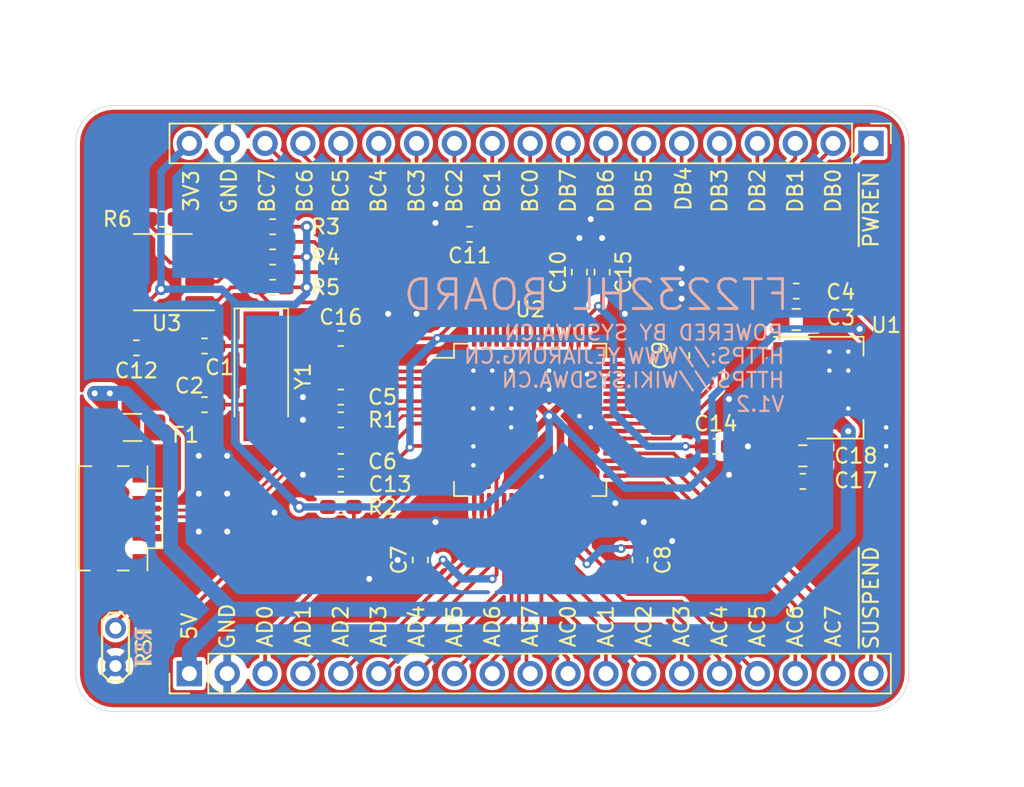
<source format=kicad_pcb>
(kicad_pcb (version 20171130) (host pcbnew 5.1.5)
  (layers (0 F.Cu signal) (31 B.Cu signal) (34 B.Paste user) (35 F.Paste user) (36 B.SilkS user) (37 F.SilkS user) (38 B.Mask user) (39 F.Mask user) (44 Edge.Cuts user))
  (net 0 "")
  (net 1 GND)
  (net 2 "Net-(C1-Pad1)")
  (net 3 "Net-(C2-Pad1)")
  (net 4 +3V3)
  (net 5 +1V8)
  (net 6 +5V)
  (net 7 /AD0)
  (net 8 /AD1)
  (net 9 /AD2)
  (net 10 /AD3)
  (net 11 /AD4)
  (net 12 /AD5)
  (net 13 /AD6)
  (net 14 /AD7)
  (net 15 /AC0)
  (net 16 /AC1)
  (net 17 /AC2)
  (net 18 /AC3)
  (net 19 /AC4)
  (net 20 /AC5)
  (net 21 /AC6)
  (net 22 /AC7)
  (net 23 /D-)
  (net 24 /D+)
  (net 25 /BC7)
  (net 26 /BC6)
  (net 27 /BC5)
  (net 28 /BC4)
  (net 29 /BC3)
  (net 30 /BC2)
  (net 31 /BC1)
  (net 32 /BC0)
  (net 33 /DB7)
  (net 34 /DB6)
  (net 35 /DB5)
  (net 36 /DB4)
  (net 37 /DB3)
  (net 38 /DB2)
  (net 39 /DB1)
  (net 40 /DB0)
  (net 41 "Net-(R1-Pad2)")
  (net 42 "Net-(R2-Pad2)")
  (net 43 "Net-(R3-Pad2)")
  (net 44 "Net-(R4-Pad2)")
  (net 45 "Net-(R5-Pad2)")
  (net 46 "Net-(R6-Pad1)")
  (net 47 "Net-(U3-Pad6)")
  (net 48 "Net-(U3-Pad7)")
  (net 49 /~SUSPEND)
  (net 50 /~PWREN)
  (net 51 "Net-(J2-Pad4)")
  (net 52 "Net-(F1-Pad1)")
  (module Capacitor_SMD:C_0603_1608Metric_Pad1.05x0.95mm_HandSolder (layer F.Cu) (at 90.424 94.996)
    (fp_text reference C12 (at 0 1.524) (layer F.SilkS))
    (fp_text value 22pF)
    (pad 2 smd roundrect (at 0.875 0) (size 1.05 0.95) (layers F.Cu F.Paste F.Mask) (net 1 GND))
    (pad 1 smd roundrect (at -0.875 0) (size 1.05 0.95) (layers F.Cu F.Paste F.Mask) (net 4 +3V3))
  )
  (module TestPoint:TestPoint_2Pads_Pitch2.54mm_Drill0.8mm (layer F.Cu) (at 89.027 113.792 270)
    (fp_text reference TP1 hide)
    (fp_text value RST)
    (pad 1 thru_hole circle (at 0 0 270) (size 1.4 1.4) (drill 0.8) (layers *.Cu *.Mask) (net 42 "Net-(R2-Pad2)"))
    (pad 2 thru_hole circle (at 2.54 0 270) (size 1.4 1.4) (drill 0.8) (layers *.Cu *.Mask) (net 1 GND))
  )
  (module KICAD_LIB_EXT:USB_MICRO_B_SHOU_HAN (layer F.Cu) (at 90.17 106.426 270)
    (fp_text reference J2 hide)
    (fp_text value USB_B_Micro)
    (pad 6 smd rect (at 2.7 1.9 270) (size 3 1.5) (layers F.Cu F.Paste F.Mask) (net 1 GND))
    (pad 6 smd rect (at -2.7 1.9 270) (size 3 1.5) (layers F.Cu F.Paste F.Mask) (net 1 GND))
    (pad 6 smd rect (at 3.2125 -0.45 270) (size 1.625 0.9) (layers F.Cu F.Paste F.Mask) (net 1 GND))
    (pad 6 smd rect (at -3.2125 -0.45 270) (size 1.625 0.9) (layers F.Cu F.Paste F.Mask) (net 1 GND))
    (pad "" np_thru_hole circle (at 2 -0.25 270) (size 0.5 0.5) (drill 0.5) (layers *.Cu *.Mask))
    (pad "" np_thru_hole circle (at -2 -0.25 270) (size 0.5 0.5) (drill 0.5) (layers *.Cu *.Mask))
    (pad 5 smd rect (at 1.3 -0.925 270) (size 0.4 1.85) (layers F.Cu F.Paste F.Mask) (net 1 GND))
    (pad 4 smd rect (at 0.65 -0.925 270) (size 0.4 1.85) (layers F.Cu F.Paste F.Mask) (net 51 "Net-(J2-Pad4)"))
    (pad 1 smd rect (at -1.3 -0.925 270) (size 0.4 1.85) (layers F.Cu F.Paste F.Mask) (net 52 "Net-(F1-Pad1)"))
    (pad 2 smd rect (at -0.65 -0.925 270) (size 0.4 1.85) (layers F.Cu F.Paste F.Mask) (net 23 /D-))
    (pad 3 smd rect (at 0 -0.925 270) (size 0.4 1.85) (layers F.Cu F.Paste F.Mask) (net 24 /D+))
  )
  (module Capacitor_SMD:C_0805_2012Metric_Pad1.15x1.40mm_HandSolder (layer F.Cu) (at 135.128 102.235 180)
    (fp_text reference C18 (at -3.556 0) (layer F.SilkS))
    (fp_text value 22uF)
    (pad 1 smd roundrect (at -1.025 0 180) (size 1.15 1.4) (layers F.Cu F.Paste F.Mask) (roundrect_rratio 0.217391) (net 1 GND))
    (pad 2 smd roundrect (at 1.025 0 180) (size 1.15 1.4) (layers F.Cu F.Paste F.Mask) (roundrect_rratio 0.217391) (net 6 +5V))
  )
  (module Package_TO_SOT_SMD:SOT-223-3_TabPin2 (layer F.Cu) (at 137.287 97.663)
    (fp_text reference U1 (at 3.429 -4.191) (layer F.SilkS))
    (fp_text value AMS1117-3.3)
    (pad 2 smd rect (at 3.15 0) (size 2 3.8) (layers F.Cu F.Paste F.Mask) (net 4 +3V3))
    (pad 2 smd rect (at -3.15 0) (size 2 1.5) (layers F.Cu F.Paste F.Mask) (net 4 +3V3))
    (pad 3 smd rect (at -3.15 2.3) (size 2 1.5) (layers F.Cu F.Paste F.Mask) (net 6 +5V))
    (pad 1 smd rect (at -3.15 -2.3) (size 2 1.5) (layers F.Cu F.Paste F.Mask) (net 1 GND))
  )
  (module Package_QFP:LQFP-64_10x10mm_P0.5mm (layer F.Cu) (at 116.84 99.822)
    (fp_text reference U2 (at 0 -7.4) (layer F.SilkS))
    (fp_text value FT2232H)
    (pad 1 smd roundrect (at -5.675 -3.75) (size 1.55 0.3) (layers F.Cu F.Paste F.Mask) (net 1 GND))
    (pad 2 smd roundrect (at -5.675 -3.25) (size 1.55 0.3) (layers F.Cu F.Paste F.Mask) (net 2 "Net-(C1-Pad1)"))
    (pad 3 smd roundrect (at -5.675 -2.75) (size 1.55 0.3) (layers F.Cu F.Paste F.Mask) (net 3 "Net-(C2-Pad1)"))
    (pad 4 smd roundrect (at -5.675 -2.25) (size 1.55 0.3) (layers F.Cu F.Paste F.Mask) (net 4 +3V3))
    (pad 5 smd roundrect (at -5.675 -1.75) (size 1.55 0.3) (layers F.Cu F.Paste F.Mask) (net 1 GND))
    (pad 6 smd roundrect (at -5.675 -1.25) (size 1.55 0.3) (layers F.Cu F.Paste F.Mask) (net 41 "Net-(R1-Pad2)"))
    (pad 7 smd roundrect (at -5.675 -0.75) (size 1.55 0.3) (layers F.Cu F.Paste F.Mask) (net 23 /D-))
    (pad 8 smd roundrect (at -5.675 -0.25) (size 1.55 0.3) (layers F.Cu F.Paste F.Mask) (net 24 /D+))
    (pad 9 smd roundrect (at -5.675 0.25) (size 1.55 0.3) (layers F.Cu F.Paste F.Mask) (net 4 +3V3))
    (pad 10 smd roundrect (at -5.675 0.75) (size 1.55 0.3) (layers F.Cu F.Paste F.Mask) (net 1 GND))
    (pad 11 smd roundrect (at -5.675 1.25) (size 1.55 0.3) (layers F.Cu F.Paste F.Mask) (net 1 GND))
    (pad 12 smd roundrect (at -5.675 1.75) (size 1.55 0.3) (layers F.Cu F.Paste F.Mask) (net 5 +1V8))
    (pad 13 smd roundrect (at -5.675 2.25) (size 1.55 0.3) (layers F.Cu F.Paste F.Mask) (net 1 GND))
    (pad 14 smd roundrect (at -5.675 2.75) (size 1.55 0.3) (layers F.Cu F.Paste F.Mask) (net 42 "Net-(R2-Pad2)"))
    (pad 15 smd roundrect (at -5.675 3.25) (size 1.55 0.3) (layers F.Cu F.Paste F.Mask) (net 1 GND))
    (pad 16 smd roundrect (at -5.675 3.75) (size 1.55 0.3) (layers F.Cu F.Paste F.Mask) (net 7 /AD0))
    (pad 17 smd roundrect (at -3.75 5.675) (size 0.3 1.55) (layers F.Cu F.Paste F.Mask) (net 8 /AD1))
    (pad 18 smd roundrect (at -3.25 5.675) (size 0.3 1.55) (layers F.Cu F.Paste F.Mask) (net 9 /AD2))
    (pad 19 smd roundrect (at -2.75 5.675) (size 0.3 1.55) (layers F.Cu F.Paste F.Mask) (net 10 /AD3))
    (pad 20 smd roundrect (at -2.25 5.675) (size 0.3 1.55) (layers F.Cu F.Paste F.Mask) (net 4 +3V3))
    (pad 21 smd roundrect (at -1.75 5.675) (size 0.3 1.55) (layers F.Cu F.Paste F.Mask) (net 11 /AD4))
    (pad 22 smd roundrect (at -1.25 5.675) (size 0.3 1.55) (layers F.Cu F.Paste F.Mask) (net 12 /AD5))
    (pad 23 smd roundrect (at -0.75 5.675) (size 0.3 1.55) (layers F.Cu F.Paste F.Mask) (net 13 /AD6))
    (pad 24 smd roundrect (at -0.25 5.675) (size 0.3 1.55) (layers F.Cu F.Paste F.Mask) (net 14 /AD7))
    (pad 25 smd roundrect (at 0.25 5.675) (size 0.3 1.55) (layers F.Cu F.Paste F.Mask) (net 1 GND))
    (pad 26 smd roundrect (at 0.75 5.675) (size 0.3 1.55) (layers F.Cu F.Paste F.Mask) (net 15 /AC0))
    (pad 27 smd roundrect (at 1.25 5.675) (size 0.3 1.55) (layers F.Cu F.Paste F.Mask) (net 16 /AC1))
    (pad 28 smd roundrect (at 1.75 5.675) (size 0.3 1.55) (layers F.Cu F.Paste F.Mask) (net 17 /AC2))
    (pad 29 smd roundrect (at 2.25 5.675) (size 0.3 1.55) (layers F.Cu F.Paste F.Mask) (net 18 /AC3))
    (pad 30 smd roundrect (at 2.75 5.675) (size 0.3 1.55) (layers F.Cu F.Paste F.Mask) (net 19 /AC4))
    (pad 31 smd roundrect (at 3.25 5.675) (size 0.3 1.55) (layers F.Cu F.Paste F.Mask) (net 4 +3V3))
    (pad 32 smd roundrect (at 3.75 5.675) (size 0.3 1.55) (layers F.Cu F.Paste F.Mask) (net 20 /AC5))
    (pad 33 smd roundrect (at 5.675 3.75) (size 1.55 0.3) (layers F.Cu F.Paste F.Mask) (net 21 /AC6))
    (pad 34 smd roundrect (at 5.675 3.25) (size 1.55 0.3) (layers F.Cu F.Paste F.Mask) (net 22 /AC7))
    (pad 35 smd roundrect (at 5.675 2.75) (size 1.55 0.3) (layers F.Cu F.Paste F.Mask) (net 1 GND))
    (pad 36 smd roundrect (at 5.675 2.25) (size 1.55 0.3) (layers F.Cu F.Paste F.Mask) (net 49 /~SUSPEND))
    (pad 37 smd roundrect (at 5.675 1.75) (size 1.55 0.3) (layers F.Cu F.Paste F.Mask) (net 5 +1V8))
    (pad 38 smd roundrect (at 5.675 1.25) (size 1.55 0.3) (layers F.Cu F.Paste F.Mask) (net 40 /DB0))
    (pad 39 smd roundrect (at 5.675 0.75) (size 1.55 0.3) (layers F.Cu F.Paste F.Mask) (net 39 /DB1))
    (pad 40 smd roundrect (at 5.675 0.25) (size 1.55 0.3) (layers F.Cu F.Paste F.Mask) (net 38 /DB2))
    (pad 41 smd roundrect (at 5.675 -0.25) (size 1.55 0.3) (layers F.Cu F.Paste F.Mask) (net 37 /DB3))
    (pad 42 smd roundrect (at 5.675 -0.75) (size 1.55 0.3) (layers F.Cu F.Paste F.Mask) (net 4 +3V3))
    (pad 43 smd roundrect (at 5.675 -1.25) (size 1.55 0.3) (layers F.Cu F.Paste F.Mask) (net 36 /DB4))
    (pad 44 smd roundrect (at 5.675 -1.75) (size 1.55 0.3) (layers F.Cu F.Paste F.Mask) (net 35 /DB5))
    (pad 45 smd roundrect (at 5.675 -2.25) (size 1.55 0.3) (layers F.Cu F.Paste F.Mask) (net 34 /DB6))
    (pad 46 smd roundrect (at 5.675 -2.75) (size 1.55 0.3) (layers F.Cu F.Paste F.Mask) (net 33 /DB7))
    (pad 47 smd roundrect (at 5.675 -3.25) (size 1.55 0.3) (layers F.Cu F.Paste F.Mask) (net 1 GND))
    (pad 48 smd roundrect (at 5.675 -3.75) (size 1.55 0.3) (layers F.Cu F.Paste F.Mask) (net 32 /BC0))
    (pad 49 smd roundrect (at 3.75 -5.675) (size 0.3 1.55) (layers F.Cu F.Paste F.Mask) (net 5 +1V8))
    (pad 50 smd roundrect (at 3.25 -5.675) (size 0.3 1.55) (layers F.Cu F.Paste F.Mask) (net 4 +3V3))
    (pad 51 smd roundrect (at 2.75 -5.675) (size 0.3 1.55) (layers F.Cu F.Paste F.Mask) (net 1 GND))
    (pad 52 smd roundrect (at 2.25 -5.675) (size 0.3 1.55) (layers F.Cu F.Paste F.Mask) (net 31 /BC1))
    (pad 53 smd roundrect (at 1.75 -5.675) (size 0.3 1.55) (layers F.Cu F.Paste F.Mask) (net 30 /BC2))
    (pad 54 smd roundrect (at 1.25 -5.675) (size 0.3 1.55) (layers F.Cu F.Paste F.Mask) (net 29 /BC3))
    (pad 55 smd roundrect (at 0.75 -5.675) (size 0.3 1.55) (layers F.Cu F.Paste F.Mask) (net 28 /BC4))
    (pad 56 smd roundrect (at 0.25 -5.675) (size 0.3 1.55) (layers F.Cu F.Paste F.Mask) (net 4 +3V3))
    (pad 57 smd roundrect (at -0.25 -5.675) (size 0.3 1.55) (layers F.Cu F.Paste F.Mask) (net 27 /BC5))
    (pad 58 smd roundrect (at -0.75 -5.675) (size 0.3 1.55) (layers F.Cu F.Paste F.Mask) (net 26 /BC6))
    (pad 59 smd roundrect (at -1.25 -5.675) (size 0.3 1.55) (layers F.Cu F.Paste F.Mask) (net 25 /BC7))
    (pad 60 smd roundrect (at -1.75 -5.675) (size 0.3 1.55) (layers F.Cu F.Paste F.Mask) (net 50 /~PWREN))
    (pad 61 smd roundrect (at -2.25 -5.675) (size 0.3 1.55) (layers F.Cu F.Paste F.Mask) (net 46 "Net-(R6-Pad1)"))
    (pad 62 smd roundrect (at -2.75 -5.675) (size 0.3 1.55) (layers F.Cu F.Paste F.Mask) (net 44 "Net-(R4-Pad2)"))
    (pad 63 smd roundrect (at -3.25 -5.675) (size 0.3 1.55) (layers F.Cu F.Paste F.Mask) (net 45 "Net-(R5-Pad2)"))
    (pad 64 smd roundrect (at -3.75 -5.675) (size 0.3 1.55) (layers F.Cu F.Paste F.Mask) (net 5 +1V8))
  )
  (module Package_SO:SOIC-8_3.9x4.9mm_P1.27mm (layer F.Cu) (at 92.202 89.916 180)
    (fp_text reference U3 (at -0.254 -3.429) (layer F.SilkS))
    (fp_text value "93LC56B-I/SN ")
    (pad 1 smd roundrect (at -2.475 -1.905 180) (size 1.95 0.6) (layers F.Cu F.Paste F.Mask) (net 45 "Net-(R5-Pad2)"))
    (pad 2 smd roundrect (at -2.475 -0.635 180) (size 1.95 0.6) (layers F.Cu F.Paste F.Mask) (net 44 "Net-(R4-Pad2)"))
    (pad 3 smd roundrect (at -2.475 0.635 180) (size 1.95 0.6) (layers F.Cu F.Paste F.Mask) (net 46 "Net-(R6-Pad1)"))
    (pad 4 smd roundrect (at -2.475 1.905 180) (size 1.95 0.6) (layers F.Cu F.Paste F.Mask) (net 43 "Net-(R3-Pad2)"))
    (pad 5 smd roundrect (at 2.475 1.905 180) (size 1.95 0.6) (layers F.Cu F.Paste F.Mask) (net 1 GND))
    (pad 6 smd roundrect (at 2.475 0.635 180) (size 1.95 0.6) (layers F.Cu F.Paste F.Mask) (net 47 "Net-(U3-Pad6)"))
    (pad 7 smd roundrect (at 2.475 -0.635 180) (size 1.95 0.6) (layers F.Cu F.Paste F.Mask) (net 48 "Net-(U3-Pad7)"))
    (pad 8 smd roundrect (at 2.475 -1.905 180) (size 1.95 0.6) (layers F.Cu F.Paste F.Mask) (net 4 +3V3))
  )
  (module Connector_PinHeader_2.54mm:PinHeader_1x19_P2.54mm_Vertical (layer F.Cu) (at 93.98 116.84 90)
    (fp_text reference J1 hide)
    (fp_text value Conn_01x19)
    (pad 19 thru_hole oval (at 0 45.72 90) (size 1.7 1.7) (drill 1) (layers *.Cu *.Mask) (net 49 /~SUSPEND))
    (pad 18 thru_hole oval (at 0 43.18 90) (size 1.7 1.7) (drill 1) (layers *.Cu *.Mask) (net 22 /AC7))
    (pad 17 thru_hole oval (at 0 40.64 90) (size 1.7 1.7) (drill 1) (layers *.Cu *.Mask) (net 21 /AC6))
    (pad 16 thru_hole oval (at 0 38.1 90) (size 1.7 1.7) (drill 1) (layers *.Cu *.Mask) (net 20 /AC5))
    (pad 15 thru_hole oval (at 0 35.56 90) (size 1.7 1.7) (drill 1) (layers *.Cu *.Mask) (net 19 /AC4))
    (pad 14 thru_hole oval (at 0 33.02 90) (size 1.7 1.7) (drill 1) (layers *.Cu *.Mask) (net 18 /AC3))
    (pad 13 thru_hole oval (at 0 30.48 90) (size 1.7 1.7) (drill 1) (layers *.Cu *.Mask) (net 17 /AC2))
    (pad 12 thru_hole oval (at 0 27.94 90) (size 1.7 1.7) (drill 1) (layers *.Cu *.Mask) (net 16 /AC1))
    (pad 11 thru_hole oval (at 0 25.4 90) (size 1.7 1.7) (drill 1) (layers *.Cu *.Mask) (net 15 /AC0))
    (pad 10 thru_hole oval (at 0 22.86 90) (size 1.7 1.7) (drill 1) (layers *.Cu *.Mask) (net 14 /AD7))
    (pad 9 thru_hole oval (at 0 20.32 90) (size 1.7 1.7) (drill 1) (layers *.Cu *.Mask) (net 13 /AD6))
    (pad 8 thru_hole oval (at 0 17.78 90) (size 1.7 1.7) (drill 1) (layers *.Cu *.Mask) (net 12 /AD5))
    (pad 7 thru_hole oval (at 0 15.24 90) (size 1.7 1.7) (drill 1) (layers *.Cu *.Mask) (net 11 /AD4))
    (pad 6 thru_hole oval (at 0 12.7 90) (size 1.7 1.7) (drill 1) (layers *.Cu *.Mask) (net 10 /AD3))
    (pad 5 thru_hole oval (at 0 10.16 90) (size 1.7 1.7) (drill 1) (layers *.Cu *.Mask) (net 9 /AD2))
    (pad 4 thru_hole oval (at 0 7.62 90) (size 1.7 1.7) (drill 1) (layers *.Cu *.Mask) (net 8 /AD1))
    (pad 3 thru_hole oval (at 0 5.08 90) (size 1.7 1.7) (drill 1) (layers *.Cu *.Mask) (net 7 /AD0))
    (pad 2 thru_hole oval (at 0 2.54 90) (size 1.7 1.7) (drill 1) (layers *.Cu *.Mask) (net 1 GND))
    (pad 1 thru_hole rect (at 0 0 90) (size 1.7 1.7) (drill 1) (layers *.Cu *.Mask) (net 6 +5V))
  )
  (module Connector_PinHeader_2.54mm:PinHeader_1x19_P2.54mm_Vertical (layer F.Cu) (at 139.7 81.28 270)
    (fp_text reference J3 hide)
    (fp_text value Conn_01x19)
    (pad 1 thru_hole rect (at 0 0 270) (size 1.7 1.7) (drill 1) (layers *.Cu *.Mask) (net 40 /DB0))
    (pad 2 thru_hole oval (at 0 2.54 270) (size 1.7 1.7) (drill 1) (layers *.Cu *.Mask) (net 39 /DB1))
    (pad 3 thru_hole oval (at 0 5.08 270) (size 1.7 1.7) (drill 1) (layers *.Cu *.Mask) (net 38 /DB2))
    (pad 4 thru_hole oval (at 0 7.62 270) (size 1.7 1.7) (drill 1) (layers *.Cu *.Mask) (net 37 /DB3))
    (pad 5 thru_hole oval (at 0 10.16 270) (size 1.7 1.7) (drill 1) (layers *.Cu *.Mask) (net 36 /DB4))
    (pad 6 thru_hole oval (at 0 12.7 270) (size 1.7 1.7) (drill 1) (layers *.Cu *.Mask) (net 35 /DB5))
    (pad 7 thru_hole oval (at 0 15.24 270) (size 1.7 1.7) (drill 1) (layers *.Cu *.Mask) (net 34 /DB6))
    (pad 8 thru_hole oval (at 0 17.78 270) (size 1.7 1.7) (drill 1) (layers *.Cu *.Mask) (net 33 /DB7))
    (pad 9 thru_hole oval (at 0 20.32 270) (size 1.7 1.7) (drill 1) (layers *.Cu *.Mask) (net 32 /BC0))
    (pad 10 thru_hole oval (at 0 22.86 270) (size 1.7 1.7) (drill 1) (layers *.Cu *.Mask) (net 31 /BC1))
    (pad 11 thru_hole oval (at 0 25.4 270) (size 1.7 1.7) (drill 1) (layers *.Cu *.Mask) (net 30 /BC2))
    (pad 12 thru_hole oval (at 0 27.94 270) (size 1.7 1.7) (drill 1) (layers *.Cu *.Mask) (net 29 /BC3))
    (pad 13 thru_hole oval (at 0 30.48 270) (size 1.7 1.7) (drill 1) (layers *.Cu *.Mask) (net 28 /BC4))
    (pad 14 thru_hole oval (at 0 33.02 270) (size 1.7 1.7) (drill 1) (layers *.Cu *.Mask) (net 27 /BC5))
    (pad 15 thru_hole oval (at 0 35.56 270) (size 1.7 1.7) (drill 1) (layers *.Cu *.Mask) (net 26 /BC6))
    (pad 16 thru_hole oval (at 0 38.1 270) (size 1.7 1.7) (drill 1) (layers *.Cu *.Mask) (net 25 /BC7))
    (pad 17 thru_hole oval (at 0 40.64 270) (size 1.7 1.7) (drill 1) (layers *.Cu *.Mask) (net 50 /~PWREN))
    (pad 18 thru_hole oval (at 0 43.18 270) (size 1.7 1.7) (drill 1) (layers *.Cu *.Mask) (net 1 GND))
    (pad 19 thru_hole oval (at 0 45.72 270) (size 1.7 1.7) (drill 1) (layers *.Cu *.Mask) (net 4 +3V3))
  )
  (module Capacitor_SMD:C_0603_1608Metric_Pad1.05x0.95mm_HandSolder (layer F.Cu) (at 94.996 94.869 180)
    (fp_text reference C1 (at -1.016 -1.43) (layer F.SilkS))
    (fp_text value 22pF)
    (pad 1 smd roundrect (at -0.875 0 180) (size 1.05 0.95) (layers F.Cu F.Paste F.Mask) (net 2 "Net-(C1-Pad1)"))
    (pad 2 smd roundrect (at 0.875 0 180) (size 1.05 0.95) (layers F.Cu F.Paste F.Mask) (net 1 GND))
  )
  (module Capacitor_SMD:C_0603_1608Metric_Pad1.05x0.95mm_HandSolder (layer F.Cu) (at 94.996 98.806 180)
    (fp_text reference C2 (at 1.016 1.27) (layer F.SilkS))
    (fp_text value 22pF)
    (pad 1 smd roundrect (at -0.875 0 180) (size 1.05 0.95) (layers F.Cu F.Paste F.Mask) (net 3 "Net-(C2-Pad1)"))
    (pad 2 smd roundrect (at 0.875 0 180) (size 1.05 0.95) (layers F.Cu F.Paste F.Mask) (net 1 GND))
  )
  (module Capacitor_SMD:C_0805_2012Metric_Pad1.15x1.40mm_HandSolder (layer F.Cu) (at 134.6835 93.091 180)
    (fp_text reference C3 (at -2.9845 0.127) (layer F.SilkS))
    (fp_text value 22uF)
    (pad 1 smd roundrect (at -1.025 0 180) (size 1.15 1.4) (layers F.Cu F.Paste F.Mask) (roundrect_rratio 0.217391) (net 4 +3V3))
    (pad 2 smd roundrect (at 1.025 0 180) (size 1.15 1.4) (layers F.Cu F.Paste F.Mask) (roundrect_rratio 0.217391) (net 1 GND))
  )
  (module Capacitor_SMD:C_0603_1608Metric_Pad1.05x0.95mm_HandSolder (layer F.Cu) (at 134.6835 91.186 180)
    (fp_text reference C4 (at -2.9845 -0.0635) (layer F.SilkS))
    (fp_text value 22pF)
    (pad 2 smd roundrect (at 0.875 0 180) (size 1.05 0.95) (layers F.Cu F.Paste F.Mask) (net 1 GND))
    (pad 1 smd roundrect (at -0.875 0 180) (size 1.05 0.95) (layers F.Cu F.Paste F.Mask) (net 4 +3V3))
  )
  (module Capacitor_SMD:C_0603_1608Metric_Pad1.05x0.95mm_HandSolder (layer F.Cu) (at 104.14 98.298 180)
    (fp_text reference C5 (at -2.794 0) (layer F.SilkS))
    (fp_text value 22pF)
    (pad 1 smd roundrect (at -0.875 0 180) (size 1.05 0.95) (layers F.Cu F.Paste F.Mask) (net 4 +3V3))
    (pad 2 smd roundrect (at 0.875 0 180) (size 1.05 0.95) (layers F.Cu F.Paste F.Mask) (net 1 GND))
  )
  (module Capacitor_SMD:C_0603_1608Metric_Pad1.05x0.95mm_HandSolder (layer F.Cu) (at 104.14 102.616 180)
    (fp_text reference C6 (at -2.794 0) (layer F.SilkS))
    (fp_text value 22pF)
    (pad 2 smd roundrect (at 0.875 0 180) (size 1.05 0.95) (layers F.Cu F.Paste F.Mask) (net 1 GND))
    (pad 1 smd roundrect (at -0.875 0 180) (size 1.05 0.95) (layers F.Cu F.Paste F.Mask) (net 4 +3V3))
  )
  (module Capacitor_SMD:C_0603_1608Metric_Pad1.05x0.95mm_HandSolder (layer F.Cu) (at 109.474 109.22 90)
    (fp_text reference C7 (at 0 -1.43 90) (layer F.SilkS))
    (fp_text value 22pF)
    (pad 1 smd roundrect (at -0.875 0 90) (size 1.05 0.95) (layers F.Cu F.Paste F.Mask) (net 4 +3V3))
    (pad 2 smd roundrect (at 0.875 0 90) (size 1.05 0.95) (layers F.Cu F.Paste F.Mask) (net 1 GND))
  )
  (module Capacitor_SMD:C_0603_1608Metric_Pad1.05x0.95mm_HandSolder (layer F.Cu) (at 124.206 109.22 270)
    (fp_text reference C8 (at 0 -1.524 90) (layer F.SilkS))
    (fp_text value 22pF)
    (pad 2 smd roundrect (at 0.875 0 270) (size 1.05 0.95) (layers F.Cu F.Paste F.Mask) (net 1 GND))
    (pad 1 smd roundrect (at -0.875 0 270) (size 1.05 0.95) (layers F.Cu F.Paste F.Mask) (net 4 +3V3))
  )
  (module Capacitor_SMD:C_0603_1608Metric_Pad1.05x0.95mm_HandSolder (layer F.Cu) (at 127 95.504 90)
    (fp_text reference C9 (at 0 -1.43 90) (layer F.SilkS))
    (fp_text value 22pF)
    (pad 1 smd roundrect (at -0.875 0 90) (size 1.05 0.95) (layers F.Cu F.Paste F.Mask) (net 4 +3V3))
    (pad 2 smd roundrect (at 0.875 0 90) (size 1.05 0.95) (layers F.Cu F.Paste F.Mask) (net 1 GND))
  )
  (module Capacitor_SMD:C_0603_1608Metric_Pad1.05x0.95mm_HandSolder (layer F.Cu) (at 120.142 89.916 90)
    (fp_text reference C10 (at 0 -1.43 90) (layer F.SilkS))
    (fp_text value 22pF)
    (pad 2 smd roundrect (at 0.875 0 90) (size 1.05 0.95) (layers F.Cu F.Paste F.Mask) (net 1 GND))
    (pad 1 smd roundrect (at -0.875 0 90) (size 1.05 0.95) (layers F.Cu F.Paste F.Mask) (net 4 +3V3))
  )
  (module Capacitor_SMD:C_0603_1608Metric_Pad1.05x0.95mm_HandSolder (layer F.Cu) (at 112.776 87.376 180)
    (fp_text reference C11 (at 0 -1.43) (layer F.SilkS))
    (fp_text value 22pF)
    (pad 1 smd roundrect (at -0.875 0 180) (size 1.05 0.95) (layers F.Cu F.Paste F.Mask) (net 4 +3V3))
    (pad 2 smd roundrect (at 0.875 0 180) (size 1.05 0.95) (layers F.Cu F.Paste F.Mask) (net 1 GND))
  )
  (module Capacitor_SMD:C_0603_1608Metric_Pad1.05x0.95mm_HandSolder (layer F.Cu) (at 104.14 104.14)
    (fp_text reference C13 (at 3.302 0) (layer F.SilkS))
    (fp_text value 22pF)
    (pad 1 smd roundrect (at -0.875 0) (size 1.05 0.95) (layers F.Cu F.Paste F.Mask) (net 1 GND))
    (pad 2 smd roundrect (at 0.875 0) (size 1.05 0.95) (layers F.Cu F.Paste F.Mask) (net 5 +1V8))
  )
  (module Capacitor_SMD:C_0603_1608Metric_Pad1.05x0.95mm_HandSolder (layer F.Cu) (at 129.286 101.6 180)
    (fp_text reference C14 (at 0 1.524) (layer F.SilkS))
    (fp_text value 22pF)
    (pad 2 smd roundrect (at 0.875 0 180) (size 1.05 0.95) (layers F.Cu F.Paste F.Mask) (net 5 +1V8))
    (pad 1 smd roundrect (at -0.875 0 180) (size 1.05 0.95) (layers F.Cu F.Paste F.Mask) (net 1 GND))
  )
  (module Capacitor_SMD:C_0603_1608Metric_Pad1.05x0.95mm_HandSolder (layer F.Cu) (at 121.666 89.916 270)
    (fp_text reference C15 (at 0 -1.43 90) (layer F.SilkS))
    (fp_text value 22pF)
    (pad 1 smd roundrect (at -0.875 0 270) (size 1.05 0.95) (layers F.Cu F.Paste F.Mask) (net 1 GND))
    (pad 2 smd roundrect (at 0.875 0 270) (size 1.05 0.95) (layers F.Cu F.Paste F.Mask) (net 5 +1V8))
  )
  (module Capacitor_SMD:C_0603_1608Metric_Pad1.05x0.95mm_HandSolder (layer F.Cu) (at 104.14 94.361)
    (fp_text reference C16 (at 0 -1.43) (layer F.SilkS))
    (fp_text value 22pF)
    (pad 2 smd roundrect (at 0.875 0) (size 1.05 0.95) (layers F.Cu F.Paste F.Mask) (net 5 +1V8))
    (pad 1 smd roundrect (at -0.875 0) (size 1.05 0.95) (layers F.Cu F.Paste F.Mask) (net 1 GND))
  )
  (module Capacitor_SMD:C_0603_1608Metric_Pad1.05x0.95mm_HandSolder (layer F.Cu) (at 135.128 103.9495 180)
    (fp_text reference C17 (at -3.556 0.0635) (layer F.SilkS))
    (fp_text value 22pF)
    (pad 2 smd roundrect (at 0.875 0 180) (size 1.05 0.95) (layers F.Cu F.Paste F.Mask) (net 6 +5V))
    (pad 1 smd roundrect (at -0.875 0 180) (size 1.05 0.95) (layers F.Cu F.Paste F.Mask) (net 1 GND))
  )
  (module Fuse:Fuse_1206_3216Metric_Pad1.42x1.75mm_HandSolder (layer F.Cu) (at 90.17 100.33 180)
    (fp_text reference F1 (at -3.556 -0.508) (layer F.SilkS))
    (fp_text value " ASMD1206-025")
    (pad 1 smd roundrect (at -1.4875 0 180) (size 1.425 1.75) (layers F.Cu F.Paste F.Mask) (roundrect_rratio 0.175439) (net 52 "Net-(F1-Pad1)"))
    (pad 2 smd roundrect (at 1.4875 0 180) (size 1.425 1.75) (layers F.Cu F.Paste F.Mask) (roundrect_rratio 0.175439) (net 6 +5V))
  )
  (module Resistor_SMD:R_0603_1608Metric_Pad1.05x0.95mm_HandSolder (layer F.Cu) (at 104.14 99.822)
    (fp_text reference R1 (at 2.794 0) (layer F.SilkS))
    (fp_text value 12K/1%)
    (pad 1 smd roundrect (at -0.875 0) (size 1.05 0.95) (layers F.Cu F.Paste F.Mask) (net 1 GND))
    (pad 2 smd roundrect (at 0.875 0) (size 1.05 0.95) (layers F.Cu F.Paste F.Mask) (net 41 "Net-(R1-Pad2)"))
  )
  (module Resistor_SMD:R_0603_1608Metric_Pad1.05x0.95mm_HandSolder (layer F.Cu) (at 104.14 105.664)
    (fp_text reference R2 (at 2.794 0) (layer F.SilkS))
    (fp_text value 4.7K)
    (pad 2 smd roundrect (at 0.875 0) (size 1.05 0.95) (layers F.Cu F.Paste F.Mask) (net 42 "Net-(R2-Pad2)"))
    (pad 1 smd roundrect (at -0.875 0) (size 1.05 0.95) (layers F.Cu F.Paste F.Mask) (net 4 +3V3))
  )
  (module Resistor_SMD:R_0603_1608Metric_Pad1.05x0.95mm_HandSolder (layer F.Cu) (at 99.568 86.868 180)
    (fp_text reference R3 (at -3.556 0) (layer F.SilkS))
    (fp_text value 10K)
    (pad 2 smd roundrect (at 0.875 0 180) (size 1.05 0.95) (layers F.Cu F.Paste F.Mask) (net 43 "Net-(R3-Pad2)"))
    (pad 1 smd roundrect (at -0.875 0 180) (size 1.05 0.95) (layers F.Cu F.Paste F.Mask) (net 4 +3V3))
  )
  (module Resistor_SMD:R_0603_1608Metric_Pad1.05x0.95mm_HandSolder (layer F.Cu) (at 99.568 88.9 180)
    (fp_text reference R4 (at -3.556 0) (layer F.SilkS))
    (fp_text value 10K)
    (pad 1 smd roundrect (at -0.875 0 180) (size 1.05 0.95) (layers F.Cu F.Paste F.Mask) (net 4 +3V3))
    (pad 2 smd roundrect (at 0.875 0 180) (size 1.05 0.95) (layers F.Cu F.Paste F.Mask) (net 44 "Net-(R4-Pad2)"))
  )
  (module Resistor_SMD:R_0603_1608Metric_Pad1.05x0.95mm_HandSolder (layer F.Cu) (at 99.568 90.932 180)
    (fp_text reference R5 (at -3.556 0) (layer F.SilkS))
    (fp_text value 10K)
    (pad 2 smd roundrect (at 0.875 0 180) (size 1.05 0.95) (layers F.Cu F.Paste F.Mask) (net 45 "Net-(R5-Pad2)"))
    (pad 1 smd roundrect (at -0.875 0 180) (size 1.05 0.95) (layers F.Cu F.Paste F.Mask) (net 4 +3V3))
  )
  (module Resistor_SMD:R_0603_1608Metric_Pad1.05x0.95mm_HandSolder (layer F.Cu) (at 92.1765 86.36)
    (fp_text reference R6 (at -3.0225 0) (layer F.SilkS))
    (fp_text value 2.2K)
    (pad 1 smd roundrect (at -0.875 0) (size 1.05 0.95) (layers F.Cu F.Paste F.Mask) (net 46 "Net-(R6-Pad1)"))
    (pad 2 smd roundrect (at 0.875 0) (size 1.05 0.95) (layers F.Cu F.Paste F.Mask) (net 43 "Net-(R3-Pad2)"))
  )
  (module Crystal:Crystal_SMD_5032-2Pin_5.0x3.2mm_HandSoldering (layer F.Cu) (at 98.806 96.901 270)
    (fp_text reference Y1 (at 0 -2.794 90) (layer F.SilkS))
    (fp_text value 12MHZ)
    (pad 1 smd rect (at -2.6 0 270) (size 3.5 2.4) (layers F.Cu F.Paste F.Mask) (net 2 "Net-(C1-Pad1)"))
    (pad 2 smd rect (at 2.6 0 270) (size 3.5 2.4) (layers F.Cu F.Paste F.Mask) (net 3 "Net-(C2-Pad1)"))
  )
  (gr_text RST (at 90.932 115.062 90) (layer B.SilkS) (effects (font (size 1 1)) (justify mirror)))
  (gr_text ~SUSPEND (at 139.7 111.76 90) (layer F.SilkS) (effects (font (size 1 1))))
  (gr_text ~PWREN (at 139.7 85.725 90) (layer F.SilkS) (effects (font (size 1 1))))
  (gr_text 3V3 (at 94.107 84.455 90) (layer F.SilkS) (effects (font (size 1 1))))
  (gr_text GND (at 96.647 84.455 90) (layer F.SilkS) (effects (font (size 1 1))))
  (gr_text DB0 (at 137.16 84.455 90) (layer F.SilkS) (effects (font (size 1 1))))
  (gr_text RST (at 90.932 115.062 90) (layer F.SilkS) (effects (font (size 1 1))))
  (gr_line (start 88.9 119.38) (end 139.7 119.38) (layer Edge.Cuts) (width 0.05))
  (gr_arc (start 88.9 116.84) (end 86.36 116.84) (angle -90) (layer Edge.Cuts) (width 0.05))
  (gr_arc (start 139.7 116.84) (end 139.7 119.38) (angle -90) (layer Edge.Cuts) (width 0.05))
  (gr_arc (start 139.7 81.28) (end 142.24 81.28) (angle -90) (layer Edge.Cuts) (width 0.05))
  (gr_arc (start 88.9 81.28) (end 88.9 78.74) (angle -90) (layer Edge.Cuts) (width 0.05))
  (gr_text "HTTPS://WWW.YEJIARONG.CN\nHTTPS://WIKI.SYSDWA.CN\nV1.2" (at 133.985 97.155) (layer B.SilkS) (effects (font (size 1 1)) (justify left mirror)))
  (gr_text "POWERED BY SYSDWA.CN" (at 124.46 93.98) (layer B.SilkS) (effects (font (size 1 1)) (justify mirror)))
  (gr_text "FT2232HL BOARD\n" (at 121.285 91.44) (layer B.SilkS) (effects (font (size 2 2) (thickness 0.2)) (justify mirror)))
  (gr_text AC7 (at 137.16 113.665 90) (layer F.SilkS) (effects (font (size 1 1))))
  (gr_text AC6 (at 134.62 113.665 90) (layer F.SilkS) (effects (font (size 1 1))))
  (gr_text AC4 (at 129.54 113.665 90) (layer F.SilkS) (effects (font (size 1 1))))
  (gr_text AC5 (at 132.08 113.665 90) (layer F.SilkS) (effects (font (size 1 1))))
  (gr_text AC3 (at 127 113.665 90) (layer F.SilkS) (effects (font (size 1 1))))
  (gr_text AC2 (at 124.46 113.665 90) (layer F.SilkS) (effects (font (size 1 1))))
  (gr_text AC1 (at 121.92 113.665 90) (layer F.SilkS) (effects (font (size 1 1))))
  (gr_text AC0 (at 119.38 113.665 90) (layer F.SilkS) (effects (font (size 1 1))))
  (gr_text AD7 (at 116.84 113.665 90) (layer F.SilkS) (effects (font (size 1 1))))
  (gr_text AD6 (at 114.3 113.665 90) (layer F.SilkS) (effects (font (size 1 1))))
  (gr_text AD5 (at 111.76 113.665 90) (layer F.SilkS) (effects (font (size 1 1))))
  (gr_text AD4 (at 109.22 113.665 90) (layer F.SilkS) (effects (font (size 1 1))))
  (gr_text AD3 (at 106.68 113.665 90) (layer F.SilkS) (effects (font (size 1 1))))
  (gr_text AD2 (at 104.14 113.665 90) (layer F.SilkS) (effects (font (size 1 1))))
  (gr_text AD1 (at 101.6 113.665 90) (layer F.SilkS) (effects (font (size 1 1))))
  (gr_text AD0 (at 99.06 113.665 90) (layer F.SilkS) (effects (font (size 1 1))))
  (gr_text GND (at 96.52 113.665 90) (layer F.SilkS) (effects (font (size 1 1))))
  (gr_text 5V (at 93.98 113.665 90) (layer F.SilkS) (effects (font (size 1 1))))
  (gr_text DB1 (at 134.62 84.455 90) (layer F.SilkS) (effects (font (size 1 1))))
  (gr_text DB2 (at 132.08 84.455 90) (layer F.SilkS) (effects (font (size 1 1))))
  (gr_text DB3 (at 129.54 84.455 90) (layer F.SilkS) (effects (font (size 1 1))))
  (gr_text DB4 (at 127.127 84.328 90) (layer F.SilkS) (effects (font (size 1 1))))
  (gr_text DB5 (at 124.46 84.455 90) (layer F.SilkS) (effects (font (size 1 1))))
  (gr_text DB6 (at 121.92 84.455 90) (layer F.SilkS) (effects (font (size 1 1))))
  (gr_text DB7 (at 119.38 84.455 90) (layer F.SilkS) (effects (font (size 1 1))))
  (gr_text BC0 (at 116.84 84.455 90) (layer F.SilkS) (effects (font (size 1 1))))
  (gr_text BC1 (at 114.3 84.455 90) (layer F.SilkS) (effects (font (size 1 1))))
  (gr_text BC2 (at 111.76 84.455 90) (layer F.SilkS) (effects (font (size 1 1))))
  (gr_text BC3 (at 109.22 84.455 90) (layer F.SilkS) (effects (font (size 1 1))))
  (gr_text BC4 (at 106.68 84.455 90) (layer F.SilkS) (effects (font (size 1 1))))
  (gr_text BC5 (at 104.14 84.455 90) (layer F.SilkS) (effects (font (size 1 1))))
  (gr_text BC6 (at 101.727 84.455 90) (layer F.SilkS) (effects (font (size 1 1))))
  (gr_text BC7 (at 99.187 84.455 90) (layer F.SilkS) (effects (font (size 1 1))))
  (gr_line (start 139.7 78.74) (end 88.9 78.74) (layer Edge.Cuts) (width 0.05))
  (gr_line (start 142.24 116.84) (end 142.24 81.28) (layer Edge.Cuts) (width 0.05))
  (gr_line (start 86.36 81.28) (end 86.36 116.84) (layer Edge.Cuts) (width 0.05))
  (via (at 136.906 95.25) (size 0.6) (drill 0.3) (layers F.Cu B.Cu) (net 1))
  (via (at 136.906 96.52) (size 0.6) (drill 0.3) (layers F.Cu B.Cu) (net 1))
  (via (at 138.176 96.52) (size 0.6) (drill 0.3) (layers F.Cu B.Cu) (net 1))
  (via (at 138.176 95.25) (size 0.6) (drill 0.3) (layers F.Cu B.Cu) (net 1))
  (via (at 138.176 99.06) (size 0.6) (drill 0.3) (layers F.Cu B.Cu) (net 1))
  (via (at 140.716 100.33) (size 0.6) (drill 0.3) (layers F.Cu B.Cu) (net 1))
  (via (at 140.716 101.6) (size 0.6) (drill 0.3) (layers F.Cu B.Cu) (net 1))
  (via (at 140.716 102.87) (size 0.6) (drill 0.3) (layers F.Cu B.Cu) (net 1))
  (segment (start 111.165 101.072) (end 112.502 101.072) (width 0.25) (layer F.Cu) (net 1))
  (segment (start 112.502 101.072) (end 113.03 101.6) (width 0.25) (layer F.Cu) (net 1))
  (segment (start 111.165 100.572) (end 112.51 100.572) (width 0.25) (layer F.Cu) (net 1))
  (segment (start 113.03 101.092) (end 113.03 101.6) (width 0.25) (layer F.Cu) (net 1))
  (segment (start 112.51 100.572) (end 113.03 101.092) (width 0.25) (layer F.Cu) (net 1))
  (segment (start 117.09 104.144) (end 117.602 103.632) (width 0.25) (layer F.Cu) (net 1))
  (segment (start 117.09 105.497) (end 117.09 104.144) (width 0.25) (layer F.Cu) (net 1))
  (segment (start 117.602 103.632) (end 117.602 103.632) (width 0.25) (layer F.Cu) (net 1))
  (via (at 117.602 103.632) (size 0.6) (drill 0.3) (layers F.Cu B.Cu) (net 1))
  (segment (start 113.03 101.6) (end 113.03 101.6) (width 0.25) (layer F.Cu) (net 1))
  (via (at 113.03 101.6) (size 0.6) (drill 0.3) (layers F.Cu B.Cu) (net 1))
  (via (at 113.03 102.87) (size 0.6) (drill 0.3) (layers F.Cu B.Cu) (net 1))
  (segment (start 111.165 102.072) (end 112.994 102.072) (width 0.25) (layer F.Cu) (net 1))
  (segment (start 112.828 103.072) (end 113.03 102.87) (width 0.25) (layer F.Cu) (net 1))
  (segment (start 111.165 103.072) (end 112.828 103.072) (width 0.25) (layer F.Cu) (net 1))
  (segment (start 111.165 98.072) (end 112.296 98.072) (width 0.25) (layer F.Cu) (net 1))
  (via (at 113.03 96.52) (size 0.6) (drill 0.3) (layers F.Cu B.Cu) (net 1))
  (via (at 114.3 96.52) (size 0.6) (drill 0.3) (layers F.Cu B.Cu) (net 1))
  (via (at 115.57 96.52) (size 0.6) (drill 0.3) (layers F.Cu B.Cu) (net 1))
  (via (at 114.3 99.06) (size 0.6) (drill 0.3) (layers F.Cu B.Cu) (net 1))
  (via (at 115.57 99.06) (size 0.6) (drill 0.3) (layers F.Cu B.Cu) (net 1))
  (via (at 113.03 99.06) (size 0.6) (drill 0.3) (layers F.Cu B.Cu) (net 1))
  (via (at 118.11 97.79) (size 0.6) (drill 0.3) (layers F.Cu B.Cu) (net 1))
  (via (at 118.11 96.52) (size 0.6) (drill 0.3) (layers F.Cu B.Cu) (net 1))
  (segment (start 119.59 94.147) (end 119.59 95.294) (width 0.25) (layer F.Cu) (net 1))
  (segment (start 119.59 95.294) (end 119.126 95.758) (width 0.25) (layer F.Cu) (net 1))
  (segment (start 119.126 95.758) (end 118.618 95.758) (width 0.25) (layer F.Cu) (net 1))
  (segment (start 118.11 96.266) (end 118.11 96.52) (width 0.25) (layer F.Cu) (net 1))
  (segment (start 118.618 95.758) (end 118.11 96.266) (width 0.25) (layer F.Cu) (net 1))
  (segment (start 122.515 102.572) (end 121.368 102.572) (width 0.25) (layer F.Cu) (net 1))
  (via (at 120.65 96.774) (size 0.6) (drill 0.3) (layers F.Cu B.Cu) (net 1))
  (segment (start 120.702 96.572) (end 122.515 96.572) (width 0.25) (layer F.Cu) (net 1))
  (segment (start 120.65 96.52) (end 120.702 96.572) (width 0.25) (layer F.Cu) (net 1))
  (via (at 120.142 99.568) (size 0.6) (drill 0.3) (layers F.Cu B.Cu) (net 1))
  (via (at 120.904 100.33) (size 0.6) (drill 0.3) (layers F.Cu B.Cu) (net 1))
  (segment (start 112.582 96.072) (end 113.03 96.52) (width 0.25) (layer F.Cu) (net 1))
  (segment (start 111.165 96.072) (end 112.582 96.072) (width 0.25) (layer F.Cu) (net 1))
  (segment (start 113.03 98.806) (end 112.296 98.072) (width 0.25) (layer F.Cu) (net 1))
  (segment (start 113.03 99.06) (end 113.03 98.806) (width 0.25) (layer F.Cu) (net 1))
  (segment (start 133.746 91.5265) (end 133.896 91.3765) (width 0.5) (layer F.Cu) (net 1))
  (segment (start 133.746 93.091) (end 133.746 91.5265) (width 0.5) (layer F.Cu) (net 1))
  (via (at 115.57 100.33) (size 0.6) (drill 0.3) (layers F.Cu B.Cu) (net 1))
  (segment (start 91.349 107.726) (end 91.095 107.726) (width 0.25) (layer F.Cu) (net 1))
  (segment (start 91.095 107.726) (end 93.375 107.726) (width 0.5) (layer F.Cu) (net 1))
  (via (at 101.6 98.298) (size 0.8) (drill 0.4) (layers F.Cu B.Cu) (net 1))
  (via (at 101.6 99.822) (size 0.8) (drill 0.4) (layers F.Cu B.Cu) (net 1))
  (via (at 127 91.694) (size 0.8) (drill 0.4) (layers F.Cu B.Cu) (net 1))
  (via (at 127 90.678) (size 0.8) (drill 0.4) (layers F.Cu B.Cu) (net 1))
  (via (at 127 89.662) (size 0.8) (drill 0.4) (layers F.Cu B.Cu) (net 1))
  (via (at 110.49 85.344) (size 0.8) (drill 0.4) (layers F.Cu B.Cu) (net 1))
  (via (at 120.142 87.63) (size 0.8) (drill 0.4) (layers F.Cu B.Cu) (net 1))
  (via (at 121.666 87.63) (size 0.8) (drill 0.4) (layers F.Cu B.Cu) (net 1))
  (via (at 120.904 86.36) (size 0.8) (drill 0.4) (layers F.Cu B.Cu) (net 1))
  (via (at 110.49 86.614) (size 0.8) (drill 0.4) (layers F.Cu B.Cu) (net 1))
  (segment (start 111.901 87.376) (end 111.506 87.376) (width 0.25) (layer F.Cu) (net 1))
  (segment (start 111.901 87.376) (end 111.76 87.376) (width 0.25) (layer F.Cu) (net 1))
  (segment (start 111.901 87.376) (end 111.901 87.009) (width 0.25) (layer F.Cu) (net 1))
  (segment (start 111.901 87.376) (end 111.901 87.263) (width 0.25) (layer F.Cu) (net 1))
  (segment (start 111.647 87.63) (end 111.901 87.376) (width 0.25) (layer F.Cu) (net 1))
  (via (at 94.615 102.235) (size 0.8) (drill 0.4) (layers F.Cu B.Cu) (net 1))
  (via (at 94.615 104.775) (size 0.8) (drill 0.4) (layers F.Cu B.Cu) (net 1))
  (via (at 96.52 102.235) (size 0.8) (drill 0.4) (layers F.Cu B.Cu) (net 1))
  (via (at 96.52 104.775) (size 0.8) (drill 0.4) (layers F.Cu B.Cu) (net 1))
  (via (at 94.615 107.315) (size 0.8) (drill 0.4) (layers F.Cu B.Cu) (net 1))
  (via (at 96.52 107.315) (size 0.8) (drill 0.4) (layers F.Cu B.Cu) (net 1))
  (via (at 101.6 103.505) (size 0.8) (drill 0.4) (layers F.Cu B.Cu) (net 1))
  (via (at 99.695 106.045) (size 0.8) (drill 0.4) (layers F.Cu B.Cu) (net 1))
  (via (at 109.22 92.71) (size 0.8) (drill 0.4) (layers F.Cu B.Cu) (net 1))
  (via (at 107.315 92.71) (size 0.8) (drill 0.4) (layers F.Cu B.Cu) (net 1))
  (via (at 123.19 92.71) (size 0.8) (drill 0.4) (layers F.Cu B.Cu) (net 1))
  (via (at 130.175 98.425) (size 0.8) (drill 0.4) (layers F.Cu B.Cu) (net 1))
  (via (at 131.445 101.6) (size 0.8) (drill 0.4) (layers F.Cu B.Cu) (net 1))
  (via (at 130.175 103.505) (size 0.8) (drill 0.4) (layers F.Cu B.Cu) (net 1))
  (via (at 122.555 105.41) (size 0.8) (drill 0.4) (layers F.Cu B.Cu) (net 1))
  (via (at 124.46 106.68) (size 0.8) (drill 0.4) (layers F.Cu B.Cu) (net 1))
  (via (at 126.365 107.95) (size 0.8) (drill 0.4) (layers F.Cu B.Cu) (net 1))
  (via (at 110.49 106.68) (size 0.8) (drill 0.4) (layers F.Cu B.Cu) (net 1))
  (via (at 107.95 109.22) (size 0.8) (drill 0.4) (layers F.Cu B.Cu) (net 1))
  (via (at 106.045 110.49) (size 0.8) (drill 0.4) (layers F.Cu B.Cu) (net 1))
  (segment (start 100.327 96.572) (end 98.806 95.051) (width 0.25) (layer F.Cu) (net 2))
  (segment (start 111.165 96.572) (end 100.327 96.572) (width 0.25) (layer F.Cu) (net 2))
  (segment (start 98.624 94.869) (end 98.806 95.051) (width 0.25) (layer F.Cu) (net 2))
  (segment (start 96.901 94.869) (end 95.871 94.869) (width 0.25) (layer F.Cu) (net 2))
  (segment (start 96.901 94.869) (end 98.624 94.869) (width 0.25) (layer F.Cu) (net 2))
  (segment (start 96.1645 94.869) (end 96.901 94.869) (width 0.25) (layer F.Cu) (net 2))
  (segment (start 100.485 97.072) (end 98.806 98.751) (width 0.25) (layer F.Cu) (net 3))
  (segment (start 111.165 97.072) (end 100.485 97.072) (width 0.25) (layer F.Cu) (net 3))
  (segment (start 98.734 98.679) (end 98.806 98.751) (width 0.25) (layer F.Cu) (net 3))
  (segment (start 98.751 98.806) (end 98.806 98.751) (width 0.25) (layer F.Cu) (net 3))
  (segment (start 96.52 98.806) (end 95.871 98.806) (width 0.25) (layer F.Cu) (net 3))
  (segment (start 96.52 98.806) (end 98.751 98.806) (width 0.25) (layer F.Cu) (net 3))
  (segment (start 96.1645 98.806) (end 96.52 98.806) (width 0.25) (layer F.Cu) (net 3))
  (segment (start 120.09 94.147) (end 120.09 92.381) (width 0.25) (layer F.Cu) (net 4))
  (segment (start 120.142 91.567) (end 120.142 90.7035) (width 0.25) (layer F.Cu) (net 4))
  (segment (start 120.09 108.66) (end 120.09 108.66) (width 0.25) (layer F.Cu) (net 4))
  (segment (start 120.09 108.914) (end 120.09 105.497) (width 0.25) (layer F.Cu) (net 4))
  (via (at 120.65 109.474) (size 0.6) (drill 0.3) (layers F.Cu B.Cu) (net 4))
  (segment (start 120.65 109.474) (end 120.09 108.914) (width 0.25) (layer F.Cu) (net 4))
  (via (at 114.3 110.49) (size 0.6) (drill 0.3) (layers F.Cu B.Cu) (net 4))
  (segment (start 114.59 110.2) (end 114.59 105.497) (width 0.25) (layer F.Cu) (net 4))
  (segment (start 114.3 110.49) (end 114.59 110.2) (width 0.25) (layer F.Cu) (net 4))
  (segment (start 140.437 97.663) (end 134.137 97.663) (width 1) (layer F.Cu) (net 4))
  (segment (start 89.727 91.821) (end 91.313 91.821) (width 0.25) (layer F.Cu) (net 4))
  (segment (start 91.313 91.821) (end 92.075 91.059) (width 0.25) (layer F.Cu) (net 4))
  (via (at 92.075 91.059) (size 0.8) (drill 0.4) (layers F.Cu B.Cu) (net 4))
  (via (at 101.346 105.664) (size 0.8) (drill 0.4) (layers F.Cu B.Cu) (net 4))
  (segment (start 103.3525 105.664) (end 101.346 105.664) (width 0.25) (layer F.Cu) (net 4))
  (segment (start 116.078 97.536) (end 117.09 96.524) (width 0.25) (layer F.Cu) (net 4))
  (segment (start 118.11 99.568) (end 116.078 97.536) (width 0.5) (layer F.Cu) (net 4))
  (segment (start 116.078 101.6) (end 114.554 101.6) (width 0.5) (layer F.Cu) (net 4))
  (segment (start 118.11 99.568) (end 116.078 101.6) (width 0.5) (layer F.Cu) (net 4))
  (segment (start 114.59 100.874) (end 114.554 101.6) (width 0.25) (layer F.Cu) (net 4))
  (segment (start 118.11 99.568) (end 118.11 99.568) (width 0.5) (layer F.Cu) (net 4))
  (via (at 118.11 99.568) (size 0.8) (drill 0.4) (layers F.Cu B.Cu) (net 4))
  (segment (start 116.042 97.572) (end 116.078 97.536) (width 0.5) (layer F.Cu) (net 4))
  (segment (start 113.574 97.572) (end 116.042 97.572) (width 0.5) (layer F.Cu) (net 4))
  (segment (start 111.165 97.572) (end 113.574 97.572) (width 0.25) (layer F.Cu) (net 4))
  (segment (start 117.09 96.524) (end 116.042 97.572) (width 0.5) (layer F.Cu) (net 4))
  (segment (start 117.09 95.762) (end 117.09 96.524) (width 0.5) (layer F.Cu) (net 4))
  (segment (start 117.09 95.762) (end 117.09 94.147) (width 0.25) (layer F.Cu) (net 4))
  (segment (start 120.09 94.147) (end 120.09 95.706) (width 0.25) (layer F.Cu) (net 4))
  (segment (start 113.788 100.072) (end 114.59 100.874) (width 0.5) (layer F.Cu) (net 4))
  (segment (start 113.288 100.072) (end 113.788 100.072) (width 0.5) (layer F.Cu) (net 4))
  (segment (start 111.165 100.072) (end 113.288 100.072) (width 0.25) (layer F.Cu) (net 4))
  (segment (start 114.572946 100.891054) (end 114.59 100.874) (width 0.5) (layer F.Cu) (net 4))
  (segment (start 114.572946 103.650946) (end 114.572946 100.891054) (width 0.5) (layer F.Cu) (net 4))
  (segment (start 114.572946 103.650946) (end 114.59 105.497) (width 0.25) (layer F.Cu) (net 4))
  (segment (start 114.554 101.6) (end 114.572946 103.650946) (width 0.25) (layer F.Cu) (net 4))
  (via (at 138.938 93.726) (size 0.8) (drill 0.4) (layers F.Cu B.Cu) (net 4))
  (segment (start 118.11 99.568) (end 119.38 98.298) (width 0.5) (layer F.Cu) (net 4))
  (segment (start 121.17 99.072) (end 122.515 99.072) (width 0.25) (layer F.Cu) (net 4))
  (segment (start 120.396 98.298) (end 121.17 99.072) (width 0.25) (layer F.Cu) (net 4))
  (segment (start 120.396 98.298) (end 119.38 98.298) (width 0.25) (layer F.Cu) (net 4))
  (segment (start 120.09 95.706) (end 120.09 95.81) (width 0.5) (layer F.Cu) (net 4))
  (segment (start 119.38 96.52) (end 119.38 98.298) (width 0.5) (layer F.Cu) (net 4))
  (segment (start 120.09 95.81) (end 119.38 96.52) (width 0.5) (layer F.Cu) (net 4))
  (segment (start 120.09 103.834) (end 118.872 102.616) (width 0.25) (layer F.Cu) (net 4))
  (segment (start 120.09 105.497) (end 120.09 103.834) (width 0.25) (layer F.Cu) (net 4))
  (segment (start 118.872 100.33) (end 118.11 99.568) (width 0.5) (layer F.Cu) (net 4))
  (segment (start 118.999 102.743) (end 118.872 102.616) (width 0.5) (layer F.Cu) (net 4))
  (segment (start 118.872 102.616) (end 118.872 100.33) (width 0.5) (layer F.Cu) (net 4))
  (segment (start 92.075 91.059) (end 92.075 83.185) (width 0.5) (layer B.Cu) (net 4))
  (segment (start 92.075 83.185) (end 93.98 81.28) (width 0.5) (layer B.Cu) (net 4))
  (segment (start 89.727 91.821) (end 88.773 91.821) (width 0.25) (layer F.Cu) (net 4))
  (segment (start 88.773 91.821) (end 88.392 92.202) (width 0.25) (layer F.Cu) (net 4))
  (segment (start 88.392 92.202) (end 88.392 94.488) (width 0.25) (layer F.Cu) (net 4))
  (segment (start 88.9 94.996) (end 89.549 94.996) (width 0.25) (layer F.Cu) (net 4))
  (segment (start 88.392 94.488) (end 88.9 94.996) (width 0.25) (layer F.Cu) (net 4))
  (segment (start 108.97 100.072) (end 111.165 100.072) (width 0.25) (layer F.Cu) (net 4))
  (segment (start 105.015 102.616) (end 106.426 102.616) (width 0.25) (layer F.Cu) (net 4))
  (segment (start 106.426 102.616) (end 108.97 100.072) (width 0.25) (layer F.Cu) (net 4))
  (segment (start 105.015 98.298) (end 106.426 98.298) (width 0.25) (layer F.Cu) (net 4))
  (segment (start 107.152 97.572) (end 111.165 97.572) (width 0.25) (layer F.Cu) (net 4))
  (segment (start 106.426 98.298) (end 107.152 97.572) (width 0.25) (layer F.Cu) (net 4))
  (segment (start 100.443 88.9) (end 101.854 88.9) (width 0.25) (layer F.Cu) (net 4))
  (segment (start 101.854 88.9) (end 101.854 88.9) (width 0.25) (layer F.Cu) (net 4))
  (via (at 101.854 88.9) (size 0.8) (drill 0.4) (layers F.Cu B.Cu) (net 4))
  (segment (start 100.443 90.932) (end 101.854 90.932) (width 0.25) (layer F.Cu) (net 4))
  (via (at 101.854 90.932) (size 0.8) (drill 0.4) (layers F.Cu B.Cu) (net 4))
  (segment (start 100.443 86.868) (end 101.854 86.868) (width 0.25) (layer F.Cu) (net 4))
  (via (at 101.854 86.868) (size 0.8) (drill 0.4) (layers F.Cu B.Cu) (net 4))
  (segment (start 118.11 101.346) (end 118.11 99.568) (width 0.5) (layer B.Cu) (net 4))
  (segment (start 101.346 105.664) (end 113.792 105.664) (width 0.5) (layer B.Cu) (net 4))
  (segment (start 113.792 105.664) (end 118.11 101.346) (width 0.5) (layer B.Cu) (net 4))
  (segment (start 101.854 91.313) (end 101.854 90.932) (width 0.5) (layer B.Cu) (net 4))
  (segment (start 101.092 92.075) (end 101.854 91.313) (width 0.5) (layer B.Cu) (net 4))
  (segment (start 101.854 86.868) (end 101.854 90.932) (width 0.5) (layer B.Cu) (net 4))
  (segment (start 97.028 91.948) (end 97.155 92.075) (width 0.5) (layer B.Cu) (net 4))
  (segment (start 97.155 92.075) (end 101.092 92.075) (width 0.5) (layer B.Cu) (net 4))
  (segment (start 101.346 105.664) (end 97.028 101.346) (width 0.5) (layer B.Cu) (net 4))
  (segment (start 97.028 101.346) (end 97.028 91.948) (width 0.5) (layer B.Cu) (net 4))
  (segment (start 96.139 91.059) (end 92.075 91.059) (width 0.5) (layer B.Cu) (net 4))
  (segment (start 97.155 92.075) (end 96.139 91.059) (width 0.5) (layer B.Cu) (net 4))
  (segment (start 114.554 87.376) (end 117.094 89.916) (width 0.25) (layer F.Cu) (net 4))
  (segment (start 113.651 87.376) (end 114.554 87.376) (width 0.25) (layer F.Cu) (net 4))
  (segment (start 117.094 89.916) (end 117.09 94.147) (width 0.25) (layer F.Cu) (net 4))
  (segment (start 120.142 92.329) (end 120.09 92.381) (width 0.25) (layer F.Cu) (net 4))
  (segment (start 120.142 90.791) (end 120.142 92.329) (width 0.25) (layer F.Cu) (net 4))
  (segment (start 122.515 99.072) (end 124.956 99.072) (width 0.25) (layer F.Cu) (net 4))
  (segment (start 124.956 99.072) (end 127 97.028) (width 0.25) (layer F.Cu) (net 4))
  (segment (start 138.303 93.091) (end 135.7085 93.091) (width 1) (layer F.Cu) (net 4))
  (segment (start 140.437 97.663) (end 140.437 95.225) (width 1) (layer F.Cu) (net 4))
  (segment (start 140.437 95.225) (end 138.303 93.091) (width 1) (layer F.Cu) (net 4))
  (segment (start 135.7085 91.336) (end 135.5585 91.186) (width 1) (layer F.Cu) (net 4))
  (segment (start 135.7085 93.091) (end 135.7085 91.336) (width 1) (layer F.Cu) (net 4))
  (segment (start 127 97.028) (end 127 96.379) (width 0.25) (layer F.Cu) (net 4))
  (segment (start 121.666 108.458) (end 120.65 109.474) (width 0.5) (layer B.Cu) (net 4))
  (segment (start 122.936 108.458) (end 121.666 108.458) (width 0.5) (layer B.Cu) (net 4))
  (via (at 122.936 108.458) (size 0.6) (drill 0.3) (layers F.Cu B.Cu) (net 4))
  (segment (start 123.049 108.345) (end 124.206 108.345) (width 0.25) (layer F.Cu) (net 4))
  (segment (start 122.936 108.458) (end 123.049 108.345) (width 0.25) (layer F.Cu) (net 4))
  (segment (start 110.998 109.22) (end 110.2105 110.0075) (width 0.25) (layer F.Cu) (net 4))
  (segment (start 110.2105 110.0075) (end 109.474 110.0075) (width 0.25) (layer F.Cu) (net 4))
  (via (at 110.998 109.22) (size 0.6) (drill 0.3) (layers F.Cu B.Cu) (net 4))
  (segment (start 112.268 110.49) (end 114.3 110.49) (width 0.5) (layer B.Cu) (net 4))
  (segment (start 110.998 109.22) (end 112.268 110.49) (width 0.5) (layer B.Cu) (net 4))
  (segment (start 123.19 104.394) (end 118.364 99.568) (width 0.5) (layer B.Cu) (net 4))
  (segment (start 129.032 98.298) (end 129.032 102.87) (width 0.5) (layer B.Cu) (net 4))
  (segment (start 127.508 104.394) (end 123.19 104.394) (width 0.5) (layer B.Cu) (net 4))
  (segment (start 133.604 93.726) (end 129.032 98.298) (width 0.5) (layer B.Cu) (net 4))
  (segment (start 138.938 93.726) (end 133.604 93.726) (width 0.5) (layer B.Cu) (net 4))
  (segment (start 118.364 99.568) (end 118.11 99.568) (width 0.5) (layer B.Cu) (net 4))
  (segment (start 129.032 102.87) (end 127.508 104.394) (width 0.5) (layer B.Cu) (net 4))
  (segment (start 113.09 93.405) (end 113.09 94.147) (width 0.25) (layer F.Cu) (net 5))
  (segment (start 112.903 93.218) (end 113.09 93.405) (width 0.25) (layer F.Cu) (net 5))
  (segment (start 104.9275 94.361) (end 110.617 94.361) (width 0.25) (layer F.Cu) (net 5))
  (segment (start 111.76 93.218) (end 112.903 93.218) (width 0.25) (layer F.Cu) (net 5))
  (segment (start 110.617 94.361) (end 111.76 93.218) (width 0.25) (layer F.Cu) (net 5))
  (segment (start 108.867 101.572) (end 111.165 101.572) (width 0.25) (layer F.Cu) (net 5))
  (segment (start 108.7755 101.6635) (end 108.867 101.572) (width 0.25) (layer F.Cu) (net 5))
  (via (at 108.7755 101.6635) (size 0.6) (drill 0.3) (layers F.Cu B.Cu) (net 5))
  (segment (start 110.617 94.361) (end 110.617 94.361) (width 0.25) (layer F.Cu) (net 5))
  (via (at 110.617 94.361) (size 0.6) (drill 0.3) (layers F.Cu B.Cu) (net 5))
  (segment (start 122.047 94.361) (end 122.428 94.742) (width 0.5) (layer B.Cu) (net 5))
  (segment (start 110.617 94.361) (end 122.047 94.361) (width 0.5) (layer B.Cu) (net 5))
  (segment (start 108.7755 96.2025) (end 110.617 94.361) (width 0.5) (layer B.Cu) (net 5))
  (segment (start 108.7755 101.6635) (end 108.7755 96.2025) (width 0.5) (layer B.Cu) (net 5))
  (segment (start 106.299 104.14) (end 108.7755 101.6635) (width 0.25) (layer F.Cu) (net 5))
  (segment (start 105.015 104.14) (end 106.299 104.14) (width 0.25) (layer F.Cu) (net 5))
  (segment (start 120.59 93.024) (end 120.59 94.147) (width 0.25) (layer F.Cu) (net 5))
  (segment (start 121.666 90.7035) (end 121.666 91.948) (width 0.25) (layer F.Cu) (net 5))
  (segment (start 121.666 91.948) (end 120.59 93.024) (width 0.25) (layer F.Cu) (net 5))
  (segment (start 122.428 93.218) (end 122.428 94.742) (width 0.5) (layer B.Cu) (net 5))
  (via (at 121.412 92.202) (size 0.6) (drill 0.3) (layers F.Cu B.Cu) (net 5))
  (segment (start 121.412 92.202) (end 122.428 93.218) (width 0.5) (layer B.Cu) (net 5))
  (segment (start 127.254 101.6) (end 124.714 101.6) (width 0.5) (layer B.Cu) (net 5))
  (via (at 127.254 101.6) (size 0.6) (drill 0.3) (layers F.Cu B.Cu) (net 5))
  (segment (start 127.226 101.572) (end 122.515 101.572) (width 0.25) (layer F.Cu) (net 5))
  (segment (start 124.714 101.6) (end 122.428 99.314) (width 0.5) (layer B.Cu) (net 5))
  (segment (start 127.254 101.6) (end 127.226 101.572) (width 0.25) (layer F.Cu) (net 5))
  (segment (start 122.428 99.314) (end 122.428 94.742) (width 0.5) (layer B.Cu) (net 5))
  (segment (start 128.411 101.6) (end 127.254 101.6) (width 0.25) (layer F.Cu) (net 5))
  (segment (start 134.103 99.997) (end 134.137 99.963) (width 1) (layer F.Cu) (net 6))
  (segment (start 134.103 102.235) (end 134.103 99.997) (width 1) (layer F.Cu) (net 6))
  (segment (start 134.103 103.712) (end 134.103 102.235) (width 1) (layer F.Cu) (net 6))
  (segment (start 134.3405 103.9495) (end 134.103 103.712) (width 1) (layer F.Cu) (net 6))
  (segment (start 138.176 100.584) (end 137.555 99.963) (width 1) (layer F.Cu) (net 6))
  (via (at 138.176 100.584) (size 0.8) (drill 0.4) (layers F.Cu B.Cu) (net 6))
  (segment (start 137.555 99.963) (end 134.137 99.963) (width 1) (layer F.Cu) (net 6))
  (segment (start 133.096 112.522) (end 96.774 112.522) (width 1) (layer B.Cu) (net 6))
  (segment (start 138.176 100.584) (end 138.176 107.442) (width 1) (layer B.Cu) (net 6))
  (segment (start 138.176 107.442) (end 133.096 112.522) (width 1) (layer B.Cu) (net 6))
  (segment (start 93.98 115.316) (end 96.774 112.522) (width 1) (layer B.Cu) (net 6))
  (segment (start 93.98 116.84) (end 93.98 115.316) (width 1) (layer B.Cu) (net 6))
  (segment (start 96.774 112.522) (end 94.488 110.236) (width 1) (layer B.Cu) (net 6))
  (segment (start 94.488 110.236) (end 92.71 108.458) (width 1) (layer B.Cu) (net 6))
  (segment (start 92.71 108.458) (end 92.71 101.092) (width 1) (layer B.Cu) (net 6))
  (segment (start 92.71 101.092) (end 89.662 98.044) (width 1) (layer B.Cu) (net 6))
  (segment (start 89.662 98.044) (end 88.646 98.044) (width 1) (layer B.Cu) (net 6))
  (via (at 88.646 98.044) (size 0.8) (drill 0.4) (layers F.Cu B.Cu) (net 6))
  (segment (start 88.646 98.044) (end 87.63 98.044) (width 1) (layer B.Cu) (net 6))
  (via (at 87.63 98.044) (size 0.8) (drill 0.4) (layers F.Cu B.Cu) (net 6))
  (segment (start 88.6825 99.0965) (end 87.63 98.044) (width 1) (layer F.Cu) (net 6))
  (segment (start 88.6825 100.33) (end 88.6825 99.0965) (width 1) (layer F.Cu) (net 6))
  (segment (start 88.6825 98.0805) (end 88.646 98.044) (width 1) (layer F.Cu) (net 6))
  (segment (start 88.6825 100.33) (end 88.6825 98.0805) (width 1) (layer F.Cu) (net 6))
  (segment (start 88.646 98.044) (end 87.63 98.044) (width 1) (layer F.Cu) (net 6))
  (segment (start 99.06 114.554) (end 99.06 116.84) (width 0.25) (layer F.Cu) (net 7))
  (segment (start 111.165 103.572) (end 110.042 103.572) (width 0.25) (layer F.Cu) (net 7))
  (segment (start 110.042 103.572) (end 99.06 114.554) (width 0.25) (layer F.Cu) (net 7))
  (segment (start 104.394 113.792) (end 101.6 116.586) (width 0.25) (layer F.Cu) (net 8))
  (segment (start 107.95 113.792) (end 104.394 113.792) (width 0.25) (layer F.Cu) (net 8))
  (segment (start 113.09 105.497) (end 113.09 108.652) (width 0.25) (layer F.Cu) (net 8))
  (segment (start 101.6 116.586) (end 101.6 116.84) (width 0.25) (layer F.Cu) (net 8))
  (segment (start 113.09 108.652) (end 107.95 113.792) (width 0.25) (layer F.Cu) (net 8))
  (segment (start 106.426 114.554) (end 104.14 116.84) (width 0.25) (layer F.Cu) (net 9))
  (segment (start 108.204 114.554) (end 106.426 114.554) (width 0.25) (layer F.Cu) (net 9))
  (segment (start 113.59 105.497) (end 113.59 109.168) (width 0.25) (layer F.Cu) (net 9))
  (segment (start 113.59 109.168) (end 108.204 114.554) (width 0.25) (layer F.Cu) (net 9))
  (segment (start 106.934 116.84) (end 106.68 116.84) (width 0.25) (layer F.Cu) (net 10))
  (segment (start 114.09 105.497) (end 114.09 109.684) (width 0.25) (layer F.Cu) (net 10))
  (segment (start 114.09 109.684) (end 106.934 116.84) (width 0.25) (layer F.Cu) (net 10))
  (segment (start 115.09 110.97) (end 109.22 116.84) (width 0.25) (layer F.Cu) (net 11))
  (segment (start 115.09 105.497) (end 115.09 110.97) (width 0.25) (layer F.Cu) (net 11))
  (segment (start 111.76 116.713) (end 111.76 116.84) (width 0.25) (layer F.Cu) (net 12))
  (segment (start 115.59 105.497) (end 115.59 112.883) (width 0.25) (layer F.Cu) (net 12))
  (segment (start 115.59 112.883) (end 111.76 116.713) (width 0.25) (layer F.Cu) (net 12))
  (segment (start 116.09 105.497) (end 116.09 114.161) (width 0.25) (layer F.Cu) (net 13))
  (segment (start 114.3 115.951) (end 114.3 116.84) (width 0.25) (layer F.Cu) (net 13))
  (segment (start 116.09 114.161) (end 114.3 115.951) (width 0.25) (layer F.Cu) (net 13))
  (segment (start 116.59 116.59) (end 116.84 116.84) (width 0.25) (layer F.Cu) (net 14))
  (segment (start 116.59 105.497) (end 116.59 116.59) (width 0.25) (layer F.Cu) (net 14))
  (segment (start 119.38 115.824) (end 119.38 116.84) (width 0.25) (layer F.Cu) (net 15))
  (segment (start 117.59 105.497) (end 117.59 114.034) (width 0.25) (layer F.Cu) (net 15))
  (segment (start 117.59 114.034) (end 119.38 115.824) (width 0.25) (layer F.Cu) (net 15))
  (segment (start 121.92 115.316) (end 121.92 116.84) (width 0.25) (layer F.Cu) (net 16))
  (segment (start 118.09 105.497) (end 118.09 111.486) (width 0.25) (layer F.Cu) (net 16))
  (segment (start 118.09 111.486) (end 121.92 115.316) (width 0.25) (layer F.Cu) (net 16))
  (segment (start 124.46 116.586) (end 124.46 116.84) (width 0.25) (layer F.Cu) (net 17))
  (segment (start 118.59 105.497) (end 118.59 110.716) (width 0.25) (layer F.Cu) (net 17))
  (segment (start 118.59 110.716) (end 124.46 116.586) (width 0.25) (layer F.Cu) (net 17))
  (segment (start 127 114.935) (end 127 116.84) (width 0.25) (layer F.Cu) (net 18))
  (segment (start 125.603 113.538) (end 127 114.935) (width 0.25) (layer F.Cu) (net 18))
  (segment (start 122.428 113.538) (end 125.603 113.538) (width 0.25) (layer F.Cu) (net 18))
  (segment (start 119.09 105.497) (end 119.09 110.2) (width 0.25) (layer F.Cu) (net 18))
  (segment (start 119.09 110.2) (end 122.428 113.538) (width 0.25) (layer F.Cu) (net 18))
  (segment (start 129.54 115.824) (end 129.54 116.84) (width 0.25) (layer F.Cu) (net 19))
  (segment (start 126.492 112.776) (end 129.54 115.824) (width 0.25) (layer F.Cu) (net 19))
  (segment (start 122.936 112.776) (end 126.492 112.776) (width 0.25) (layer F.Cu) (net 19))
  (segment (start 119.59 105.497) (end 119.59 109.43) (width 0.25) (layer F.Cu) (net 19))
  (segment (start 119.59 109.43) (end 122.936 112.776) (width 0.25) (layer F.Cu) (net 19))
  (segment (start 130.429 115.189) (end 132.08 116.84) (width 0.25) (layer F.Cu) (net 20))
  (segment (start 130.175 115.189) (end 130.429 115.189) (width 0.25) (layer F.Cu) (net 20))
  (segment (start 127 112.014) (end 130.175 115.189) (width 0.25) (layer F.Cu) (net 20))
  (segment (start 123.19 112.014) (end 127 112.014) (width 0.25) (layer F.Cu) (net 20))
  (segment (start 120.59 105.497) (end 120.59 108.525) (width 0.25) (layer F.Cu) (net 20))
  (segment (start 121.666 109.601) (end 121.666 110.49) (width 0.25) (layer F.Cu) (net 20))
  (segment (start 120.59 108.525) (end 121.666 109.601) (width 0.25) (layer F.Cu) (net 20))
  (segment (start 121.666 110.49) (end 123.19 112.014) (width 0.25) (layer F.Cu) (net 20))
  (segment (start 134.62 112.268) (end 134.62 116.84) (width 0.25) (layer F.Cu) (net 21))
  (segment (start 122.515 103.572) (end 125.924 103.572) (width 0.25) (layer F.Cu) (net 21))
  (segment (start 125.924 103.572) (end 134.62 112.268) (width 0.25) (layer F.Cu) (net 21))
  (segment (start 137.16 113.792) (end 137.16 116.84) (width 0.25) (layer F.Cu) (net 22))
  (segment (start 122.515 103.072) (end 126.44 103.072) (width 0.25) (layer F.Cu) (net 22))
  (segment (start 126.44 103.072) (end 137.16 113.792) (width 0.25) (layer F.Cu) (net 22))
  (segment (start 92.736501 105.776) (end 91.095 105.776) (width 0.2) (layer F.Cu) (net 23))
  (segment (start 92.836501 105.876) (end 92.736501 105.776) (width 0.2) (layer F.Cu) (net 23))
  (segment (start 97.2598 105.876) (end 92.836501 105.876) (width 0.2) (layer F.Cu) (net 23))
  (segment (start 106.2058 100.994) (end 102.1418 100.994) (width 0.2) (layer F.Cu) (net 23))
  (segment (start 111.165 99.072) (end 111.14 99.097) (width 0.2) (layer F.Cu) (net 23))
  (segment (start 108.1028 99.097) (end 106.2058 100.994) (width 0.2) (layer F.Cu) (net 23))
  (segment (start 102.1418 100.994) (end 97.2598 105.876) (width 0.2) (layer F.Cu) (net 23))
  (segment (start 111.14 99.097) (end 108.1028 99.097) (width 0.2) (layer F.Cu) (net 23))
  (segment (start 111.165 99.572) (end 111.14 99.547) (width 0.2) (layer F.Cu) (net 24))
  (segment (start 108.2892 99.547) (end 106.3922 101.444) (width 0.2) (layer F.Cu) (net 24))
  (segment (start 102.3282 101.444) (end 97.4462 106.326) (width 0.2) (layer F.Cu) (net 24))
  (segment (start 111.14 99.547) (end 108.2892 99.547) (width 0.2) (layer F.Cu) (net 24))
  (segment (start 106.3922 101.444) (end 102.3282 101.444) (width 0.2) (layer F.Cu) (net 24))
  (segment (start 97.4462 106.326) (end 92.836501 106.326) (width 0.2) (layer F.Cu) (net 24))
  (segment (start 92.836501 106.326) (end 92.736501 106.426) (width 0.2) (layer F.Cu) (net 24))
  (segment (start 92.736501 106.426) (end 91.095 106.426) (width 0.2) (layer F.Cu) (net 24))
  (segment (start 115.59 92.69) (end 115.59 92.476) (width 0.25) (layer F.Cu) (net 25))
  (segment (start 115.59 94.147) (end 115.59 92.69) (width 0.25) (layer F.Cu) (net 25))
  (segment (start 108.966 89.408) (end 101.6 82.042) (width 0.25) (layer F.Cu) (net 25))
  (segment (start 113.792 89.408) (end 108.966 89.408) (width 0.25) (layer F.Cu) (net 25))
  (segment (start 115.59 92.69) (end 115.59 91.206) (width 0.25) (layer F.Cu) (net 25))
  (segment (start 101.6 82.042) (end 101.6 81.28) (width 0.25) (layer F.Cu) (net 25))
  (segment (start 115.59 91.206) (end 113.792 89.408) (width 0.25) (layer F.Cu) (net 25))
  (segment (start 109.982 88.9) (end 109.855 88.773) (width 0.25) (layer F.Cu) (net 26))
  (segment (start 114.046 88.9) (end 109.982 88.9) (width 0.25) (layer F.Cu) (net 26))
  (segment (start 104.14 83.058) (end 109.855 88.773) (width 0.25) (layer F.Cu) (net 26))
  (segment (start 116.09 94.147) (end 116.09 90.944) (width 0.25) (layer F.Cu) (net 26))
  (segment (start 116.09 90.944) (end 114.046 88.9) (width 0.25) (layer F.Cu) (net 26))
  (segment (start 104.14 81.28) (end 104.14 83.058) (width 0.25) (layer F.Cu) (net 26))
  (segment (start 106.68 81.28) (end 106.68 82.042) (width 0.25) (layer F.Cu) (net 27))
  (segment (start 116.59 90.682) (end 114.3 88.392) (width 0.25) (layer F.Cu) (net 27))
  (segment (start 116.59 94.147) (end 116.59 90.682) (width 0.25) (layer F.Cu) (net 27))
  (segment (start 114.3 88.392) (end 110.998 88.392) (width 0.25) (layer F.Cu) (net 27))
  (segment (start 106.68 84.074) (end 106.68 81.28) (width 0.25) (layer F.Cu) (net 27))
  (segment (start 110.998 88.392) (end 106.68 84.074) (width 0.25) (layer F.Cu) (net 27))
  (segment (start 109.22 82.804) (end 109.22 81.28) (width 0.25) (layer F.Cu) (net 28))
  (segment (start 114.808 86.36) (end 112.776 86.36) (width 0.25) (layer F.Cu) (net 28))
  (segment (start 112.776 86.36) (end 109.22 82.804) (width 0.25) (layer F.Cu) (net 28))
  (segment (start 117.59 94.147) (end 117.59 89.142) (width 0.25) (layer F.Cu) (net 28))
  (segment (start 117.59 89.142) (end 114.808 86.36) (width 0.25) (layer F.Cu) (net 28))
  (segment (start 118.09 88.626) (end 118.09 94.147) (width 0.25) (layer F.Cu) (net 29))
  (segment (start 114.808 85.344) (end 118.09 88.626) (width 0.25) (layer F.Cu) (net 29))
  (segment (start 113.538 85.344) (end 114.808 85.344) (width 0.25) (layer F.Cu) (net 29))
  (segment (start 111.76 81.28) (end 111.76 83.566) (width 0.25) (layer F.Cu) (net 29))
  (segment (start 111.76 83.566) (end 113.538 85.344) (width 0.25) (layer F.Cu) (net 29))
  (segment (start 114.3 83.82) (end 114.3 81.28) (width 0.25) (layer F.Cu) (net 30))
  (segment (start 118.59 94.147) (end 118.59 88.11) (width 0.25) (layer F.Cu) (net 30))
  (segment (start 118.59 88.11) (end 114.3 83.82) (width 0.25) (layer F.Cu) (net 30))
  (segment (start 119.09 94.147) (end 119.09 87.594) (width 0.25) (layer F.Cu) (net 31))
  (segment (start 116.84 85.344) (end 116.84 81.28) (width 0.25) (layer F.Cu) (net 31))
  (segment (start 119.09 87.594) (end 116.84 85.344) (width 0.25) (layer F.Cu) (net 31))
  (segment (start 123.952 95.758) (end 123.638 96.072) (width 0.25) (layer F.Cu) (net 32))
  (segment (start 123.952 87.884) (end 123.952 95.758) (width 0.25) (layer F.Cu) (net 32))
  (segment (start 123.638 96.072) (end 122.515 96.072) (width 0.25) (layer F.Cu) (net 32))
  (segment (start 119.38 81.28) (end 119.38 83.312) (width 0.25) (layer F.Cu) (net 32))
  (segment (start 119.38 83.312) (end 123.952 87.884) (width 0.25) (layer F.Cu) (net 32))
  (segment (start 123.4 97.072) (end 124.46 96.012) (width 0.25) (layer F.Cu) (net 33))
  (segment (start 124.46 96.012) (end 124.46 86.36) (width 0.25) (layer F.Cu) (net 33))
  (segment (start 124.46 86.36) (end 121.92 83.82) (width 0.25) (layer F.Cu) (net 33))
  (segment (start 122.515 97.072) (end 123.4 97.072) (width 0.25) (layer F.Cu) (net 33))
  (segment (start 121.92 83.82) (end 121.92 81.28) (width 0.25) (layer F.Cu) (net 33))
  (segment (start 123.662 97.572) (end 124.968 96.266) (width 0.25) (layer F.Cu) (net 34))
  (segment (start 124.46 84.328) (end 124.46 81.28) (width 0.25) (layer F.Cu) (net 34))
  (segment (start 122.515 97.572) (end 123.662 97.572) (width 0.25) (layer F.Cu) (net 34))
  (segment (start 124.968 96.266) (end 124.968 84.836) (width 0.25) (layer F.Cu) (net 34))
  (segment (start 124.968 84.836) (end 124.46 84.328) (width 0.25) (layer F.Cu) (net 34))
  (segment (start 127 84.836) (end 127 81.28) (width 0.25) (layer F.Cu) (net 35))
  (segment (start 125.476 86.36) (end 127 84.836) (width 0.25) (layer F.Cu) (net 35))
  (segment (start 122.515 98.072) (end 123.924 98.072) (width 0.25) (layer F.Cu) (net 35))
  (segment (start 125.476 96.52) (end 125.476 86.36) (width 0.25) (layer F.Cu) (net 35))
  (segment (start 123.924 98.072) (end 125.476 96.52) (width 0.25) (layer F.Cu) (net 35))
  (segment (start 125.984 96.774) (end 125.984 87.63) (width 0.25) (layer F.Cu) (net 36))
  (segment (start 125.984 87.63) (end 129.54 84.074) (width 0.25) (layer F.Cu) (net 36))
  (segment (start 122.515 98.572) (end 124.186 98.572) (width 0.25) (layer F.Cu) (net 36))
  (segment (start 129.54 84.074) (end 129.54 81.28) (width 0.25) (layer F.Cu) (net 36))
  (segment (start 124.186 98.572) (end 125.984 96.774) (width 0.25) (layer F.Cu) (net 36))
  (segment (start 125.472 99.572) (end 122.515 99.572) (width 0.25) (layer F.Cu) (net 37))
  (segment (start 128.016 87.376) (end 128.016 97.028) (width 0.25) (layer F.Cu) (net 37))
  (segment (start 132.08 81.28) (end 132.08 83.312) (width 0.25) (layer F.Cu) (net 37))
  (segment (start 128.016 97.028) (end 125.472 99.572) (width 0.25) (layer F.Cu) (net 37))
  (segment (start 132.08 83.312) (end 128.016 87.376) (width 0.25) (layer F.Cu) (net 37))
  (segment (start 128.524 88.392) (end 128.524 97.282) (width 0.25) (layer F.Cu) (net 38))
  (segment (start 125.734 100.072) (end 122.515 100.072) (width 0.25) (layer F.Cu) (net 38))
  (segment (start 128.524 97.282) (end 125.734 100.072) (width 0.25) (layer F.Cu) (net 38))
  (segment (start 134.62 81.28) (end 134.62 82.296) (width 0.25) (layer F.Cu) (net 38))
  (segment (start 134.62 82.296) (end 128.524 88.392) (width 0.25) (layer F.Cu) (net 38))
  (segment (start 125.996 100.572) (end 122.515 100.572) (width 0.25) (layer F.Cu) (net 39))
  (segment (start 129.032 97.536) (end 125.996 100.572) (width 0.25) (layer F.Cu) (net 39))
  (segment (start 137.16 81.28) (end 137.16 81.534) (width 0.25) (layer F.Cu) (net 39))
  (segment (start 129.032 89.662) (end 129.032 97.536) (width 0.25) (layer F.Cu) (net 39))
  (segment (start 137.16 81.534) (end 129.032 89.662) (width 0.25) (layer F.Cu) (net 39))
  (segment (start 129.54 91.44) (end 139.7 81.28) (width 0.25) (layer F.Cu) (net 40))
  (segment (start 129.54 97.79) (end 129.54 91.44) (width 0.25) (layer F.Cu) (net 40))
  (segment (start 122.515 101.072) (end 126.258 101.072) (width 0.25) (layer F.Cu) (net 40))
  (segment (start 126.258 101.072) (end 129.54 97.79) (width 0.25) (layer F.Cu) (net 40))
  (segment (start 107.422 98.572) (end 111.165 98.572) (width 0.25) (layer F.Cu) (net 41))
  (segment (start 105.015 99.822) (end 106.172 99.822) (width 0.25) (layer F.Cu) (net 41))
  (segment (start 106.172 99.822) (end 107.422 98.572) (width 0.25) (layer F.Cu) (net 41))
  (segment (start 109.391 102.572) (end 111.165 102.572) (width 0.25) (layer F.Cu) (net 42))
  (segment (start 105.015 105.664) (end 106.299 105.664) (width 0.25) (layer F.Cu) (net 42))
  (segment (start 105.015 106.694) (end 105.015 105.664) (width 0.25) (layer F.Cu) (net 42))
  (segment (start 106.299 105.664) (end 109.391 102.572) (width 0.25) (layer F.Cu) (net 42))
  (segment (start 104.394 107.315) (end 105.015 106.694) (width 0.25) (layer F.Cu) (net 42))
  (segment (start 89.027 113.411) (end 90.424 112.014) (width 0.25) (layer F.Cu) (net 42))
  (segment (start 99.314 107.315) (end 104.394 107.315) (width 0.25) (layer F.Cu) (net 42))
  (segment (start 89.027 113.792) (end 89.027 113.411) (width 0.25) (layer F.Cu) (net 42))
  (segment (start 94.615 112.014) (end 99.314 107.315) (width 0.25) (layer F.Cu) (net 42))
  (segment (start 90.424 112.014) (end 94.615 112.014) (width 0.25) (layer F.Cu) (net 42))
  (segment (start 93.472 88.011) (end 94.677 88.011) (width 0.25) (layer F.Cu) (net 43))
  (segment (start 92.964 87.503) (end 93.472 88.011) (width 0.25) (layer F.Cu) (net 43))
  (segment (start 92.964 86.36) (end 92.964 87.503) (width 0.25) (layer F.Cu) (net 43))
  (segment (start 94.677 88.011) (end 96.139 88.011) (width 0.25) (layer F.Cu) (net 43))
  (segment (start 97.282 86.868) (end 98.693 86.868) (width 0.25) (layer F.Cu) (net 43))
  (segment (start 96.139 88.011) (end 97.282 86.868) (width 0.25) (layer F.Cu) (net 43))
  (segment (start 94.677 90.551) (end 95.885 90.551) (width 0.25) (layer F.Cu) (net 44))
  (segment (start 97.536 88.9) (end 98.693 88.9) (width 0.25) (layer F.Cu) (net 44))
  (segment (start 95.885 90.551) (end 97.536 88.9) (width 0.25) (layer F.Cu) (net 44))
  (segment (start 98.693 89.295) (end 99.314 89.916) (width 0.25) (layer F.Cu) (net 44))
  (segment (start 112.522 91.186) (end 114.09 92.754) (width 0.25) (layer F.Cu) (net 44))
  (segment (start 102.616 89.916) (end 103.886 91.186) (width 0.25) (layer F.Cu) (net 44))
  (segment (start 98.693 88.9) (end 98.693 89.295) (width 0.25) (layer F.Cu) (net 44))
  (segment (start 99.314 89.916) (end 102.616 89.916) (width 0.25) (layer F.Cu) (net 44))
  (segment (start 114.09 92.754) (end 114.09 94.147) (width 0.25) (layer F.Cu) (net 44))
  (segment (start 103.886 91.186) (end 112.522 91.186) (width 0.25) (layer F.Cu) (net 44))
  (segment (start 94.677 91.821) (end 95.885 91.821) (width 0.25) (layer F.Cu) (net 45))
  (segment (start 96.774 90.932) (end 98.693 90.932) (width 0.25) (layer F.Cu) (net 45))
  (segment (start 95.885 91.821) (end 96.774 90.932) (width 0.25) (layer F.Cu) (net 45))
  (segment (start 113.59 93.016) (end 113.59 94.147) (width 0.25) (layer F.Cu) (net 45))
  (segment (start 112.268 91.694) (end 113.59 93.016) (width 0.25) (layer F.Cu) (net 45))
  (segment (start 98.693 91.327) (end 99.314 91.948) (width 0.25) (layer F.Cu) (net 45))
  (segment (start 99.314 91.948) (end 103.378 91.948) (width 0.25) (layer F.Cu) (net 45))
  (segment (start 98.693 90.932) (end 98.693 91.327) (width 0.25) (layer F.Cu) (net 45))
  (segment (start 103.378 91.948) (end 103.632 91.694) (width 0.25) (layer F.Cu) (net 45))
  (segment (start 103.632 91.694) (end 112.268 91.694) (width 0.25) (layer F.Cu) (net 45))
  (segment (start 92.71 89.281) (end 94.677 89.281) (width 0.25) (layer F.Cu) (net 46))
  (segment (start 92.075 88.646) (end 92.71 89.281) (width 0.25) (layer F.Cu) (net 46))
  (segment (start 91.389 86.36) (end 91.389 86.817) (width 0.25) (layer F.Cu) (net 46))
  (segment (start 92.075 87.503) (end 92.075 88.646) (width 0.25) (layer F.Cu) (net 46))
  (segment (start 91.389 86.817) (end 92.075 87.503) (width 0.25) (layer F.Cu) (net 46))
  (segment (start 102.362 87.884) (end 104.648 90.17) (width 0.25) (layer F.Cu) (net 46))
  (segment (start 97.282 87.884) (end 102.362 87.884) (width 0.25) (layer F.Cu) (net 46))
  (segment (start 94.677 89.281) (end 95.885 89.281) (width 0.25) (layer F.Cu) (net 46))
  (segment (start 95.885 89.281) (end 97.282 87.884) (width 0.25) (layer F.Cu) (net 46))
  (segment (start 104.648 90.17) (end 104.394 89.916) (width 0.25) (layer F.Cu) (net 46))
  (segment (start 105.156 90.678) (end 104.648 90.17) (width 0.25) (layer F.Cu) (net 46))
  (segment (start 112.776 90.678) (end 105.156 90.678) (width 0.25) (layer F.Cu) (net 46))
  (segment (start 114.59 94.147) (end 114.59 92.492) (width 0.25) (layer F.Cu) (net 46))
  (segment (start 114.59 92.492) (end 112.776 90.678) (width 0.25) (layer F.Cu) (net 46))
  (segment (start 139.7 115.316) (end 139.7 116.84) (width 0.25) (layer F.Cu) (net 49))
  (segment (start 122.515 102.072) (end 126.456 102.072) (width 0.25) (layer F.Cu) (net 49))
  (segment (start 126.456 102.072) (end 139.7 115.316) (width 0.25) (layer F.Cu) (net 49))
  (segment (start 107.696 89.916) (end 99.06 81.28) (width 0.25) (layer F.Cu) (net 50))
  (segment (start 113.538 89.916) (end 107.696 89.916) (width 0.25) (layer F.Cu) (net 50))
  (segment (start 115.09 94.147) (end 115.09 91.468) (width 0.25) (layer F.Cu) (net 50))
  (segment (start 115.09 91.468) (end 113.538 89.916) (width 0.25) (layer F.Cu) (net 50))
  (segment (start 93.218 104.394) (end 93.218 101.092) (width 0.4) (layer F.Cu) (net 52))
  (segment (start 92.456 100.33) (end 91.6575 100.33) (width 0.4) (layer F.Cu) (net 52))
  (segment (start 93.218 101.092) (end 92.456 100.33) (width 0.4) (layer F.Cu) (net 52))
  (segment (start 91.095 105.126) (end 92.486 105.126) (width 0.4) (layer F.Cu) (net 52))
  (segment (start 92.486 105.126) (end 93.218 104.394) (width 0.4) (layer F.Cu) (net 52))
  (zone (net 1) (net_name GND) (layer B.Cu) (connect_pads (clearance 0.508)) (min_thickness 0.254) (fill yes (arc_segments 32) (thermal_gap 0.508) (thermal_bridge_width 0.508))
    (polygon (pts (xy 144.78 121.92) (xy 83.82 121.92) (xy 83.82 76.2) (xy 144.78 76.2)))
  )
  (zone (net 1) (net_name GND) (layer F.Cu) (connect_pads (clearance 0.254)) (min_thickness 0.254) (fill yes (arc_segments 32) (thermal_gap 0.508) (thermal_bridge_width 0.508))
    (polygon (pts (xy 144.78 124.46) (xy 81.28 124.46) (xy 81.28 73.66) (xy 144.78 73.66)))
  )
)
</source>
